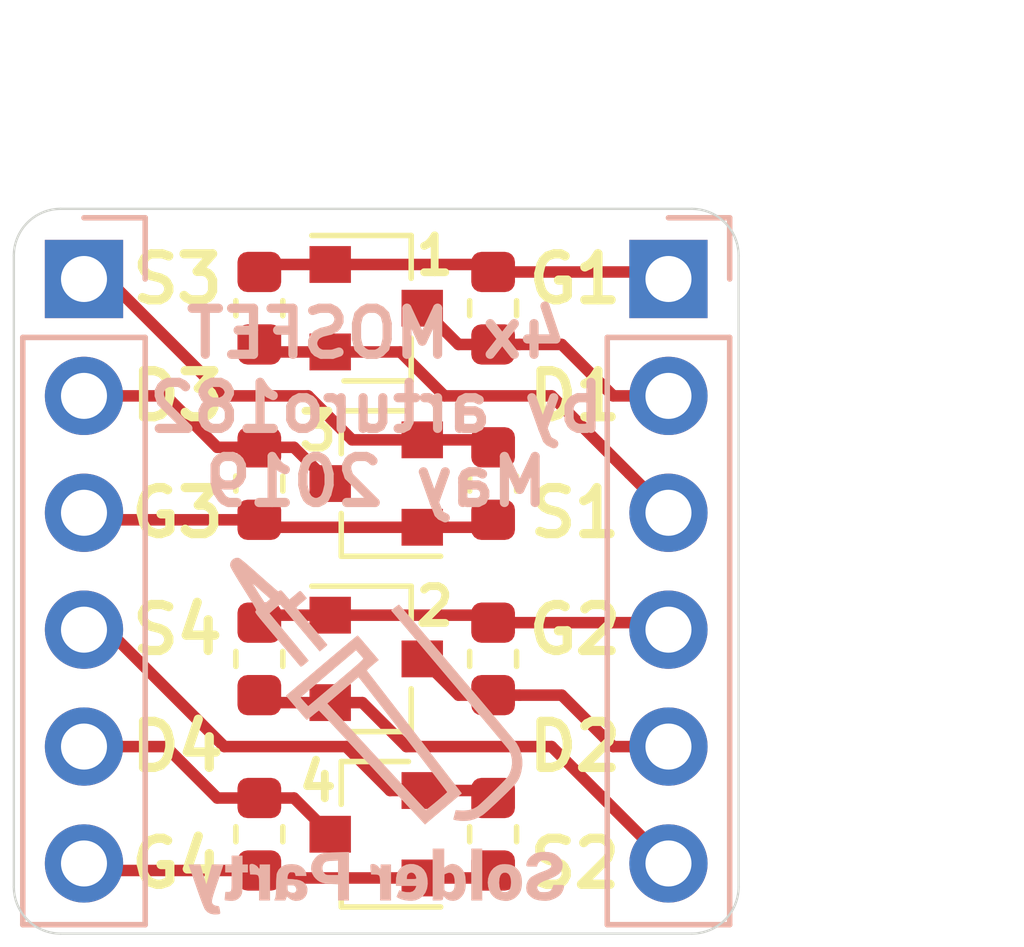
<source format=kicad_pcb>
(kicad_pcb (version 20171130) (host pcbnew "(5.1.2)-1")

  (general
    (thickness 1.6)
    (drawings 27)
    (tracks 73)
    (zones 0)
    (modules 15)
    (nets 13)
  )

  (page A4)
  (layers
    (0 F.Cu signal)
    (31 B.Cu signal)
    (32 B.Adhes user)
    (33 F.Adhes user)
    (34 B.Paste user)
    (35 F.Paste user)
    (36 B.SilkS user)
    (37 F.SilkS user)
    (38 B.Mask user)
    (39 F.Mask user)
    (40 Dwgs.User user)
    (41 Cmts.User user)
    (42 Eco1.User user)
    (43 Eco2.User user)
    (44 Edge.Cuts user)
    (45 Margin user)
    (46 B.CrtYd user)
    (47 F.CrtYd user)
    (48 B.Fab user hide)
    (49 F.Fab user hide)
  )

  (setup
    (last_trace_width 0.25)
    (trace_clearance 0.2)
    (zone_clearance 0.508)
    (zone_45_only no)
    (trace_min 0.2)
    (via_size 0.8)
    (via_drill 0.4)
    (via_min_size 0.4)
    (via_min_drill 0.3)
    (uvia_size 0.3)
    (uvia_drill 0.1)
    (uvias_allowed no)
    (uvia_min_size 0.2)
    (uvia_min_drill 0.1)
    (edge_width 0.05)
    (segment_width 0.2)
    (pcb_text_width 0.3)
    (pcb_text_size 1.5 1.5)
    (mod_edge_width 0.12)
    (mod_text_size 1 1)
    (mod_text_width 0.15)
    (pad_size 1.524 1.524)
    (pad_drill 0.762)
    (pad_to_mask_clearance 0.051)
    (solder_mask_min_width 0.25)
    (aux_axis_origin 0 0)
    (visible_elements FFFFFF7F)
    (pcbplotparams
      (layerselection 0x010fc_ffffffff)
      (usegerberextensions false)
      (usegerberattributes false)
      (usegerberadvancedattributes false)
      (creategerberjobfile false)
      (excludeedgelayer true)
      (linewidth 0.100000)
      (plotframeref false)
      (viasonmask false)
      (mode 1)
      (useauxorigin false)
      (hpglpennumber 1)
      (hpglpenspeed 20)
      (hpglpendiameter 15.000000)
      (psnegative false)
      (psa4output false)
      (plotreference true)
      (plotvalue true)
      (plotinvisibletext false)
      (padsonsilk false)
      (subtractmaskfromsilk false)
      (outputformat 1)
      (mirror false)
      (drillshape 1)
      (scaleselection 1)
      (outputdirectory ""))
  )

  (net 0 "")
  (net 1 /DRAIN1)
  (net 2 /SOURCE1)
  (net 3 /GATE1)
  (net 4 /DRAIN3)
  (net 5 /SOURCE3)
  (net 6 /GATE3)
  (net 7 /DRAIN2)
  (net 8 /SOURCE2)
  (net 9 /GATE2)
  (net 10 /DRAIN4)
  (net 11 /SOURCE4)
  (net 12 /GATE4)

  (net_class Default "This is the default net class."
    (clearance 0.2)
    (trace_width 0.25)
    (via_dia 0.8)
    (via_drill 0.4)
    (uvia_dia 0.3)
    (uvia_drill 0.1)
    (add_net /DRAIN1)
    (add_net /DRAIN2)
    (add_net /DRAIN3)
    (add_net /DRAIN4)
    (add_net /GATE1)
    (add_net /GATE2)
    (add_net /GATE3)
    (add_net /GATE4)
    (add_net /SOURCE1)
    (add_net /SOURCE2)
    (add_net /SOURCE3)
    (add_net /SOURCE4)
  )

  (module Symbols_Extra:SolderParty-Logo_9.5x8.8mm_SilkScreen (layer B.Cu) (tedit 0) (tstamp 5CEFBEEF)
    (at 133.35 73.406 180)
    (attr virtual)
    (fp_text reference G*** (at 0 0) (layer B.SilkS) hide
      (effects (font (size 1.524 1.524) (thickness 0.3)) (justify mirror))
    )
    (fp_text value LOGO (at 0.75 0) (layer B.SilkS) hide
      (effects (font (size 1.524 1.524) (thickness 0.3)) (justify mirror))
    )
    (fp_poly (pts (xy 3.050465 3.842057) (xy 3.100567 3.820191) (xy 3.140648 3.78249) (xy 3.165616 3.733736)
      (xy 3.170414 3.679001) (xy 3.164519 3.659134) (xy 3.149768 3.626968) (xy 3.125366 3.58113)
      (xy 3.090518 3.520249) (xy 3.04443 3.442954) (xy 2.986308 3.347872) (xy 2.915357 3.233631)
      (xy 2.876434 3.171466) (xy 2.806628 3.06017) (xy 2.749242 2.968396) (xy 2.703197 2.894151)
      (xy 2.667411 2.835443) (xy 2.640803 2.790279) (xy 2.622293 2.756666) (xy 2.610801 2.732613)
      (xy 2.605245 2.716126) (xy 2.604545 2.705212) (xy 2.607621 2.69788) (xy 2.613391 2.692136)
      (xy 2.615534 2.690385) (xy 2.620911 2.685518) (xy 2.62412 2.679756) (xy 2.624006 2.671598)
      (xy 2.619415 2.659542) (xy 2.609193 2.642088) (xy 2.592185 2.617733) (xy 2.567237 2.584976)
      (xy 2.533194 2.542316) (xy 2.488902 2.488252) (xy 2.433206 2.421282) (xy 2.364951 2.339906)
      (xy 2.282984 2.242621) (xy 2.18615 2.127926) (xy 2.151302 2.086671) (xy 2.062758 1.981881)
      (xy 1.978879 1.882671) (xy 1.901136 1.790777) (xy 1.830999 1.707932) (xy 1.769938 1.635872)
      (xy 1.719423 1.576333) (xy 1.680925 1.531049) (xy 1.655913 1.501756) (xy 1.645928 1.490259)
      (xy 1.633045 1.48702) (xy 1.61038 1.497573) (xy 1.574683 1.523703) (xy 1.553453 1.541059)
      (xy 1.516811 1.572359) (xy 1.489064 1.597443) (xy 1.474944 1.611988) (xy 1.474078 1.613577)
      (xy 1.481804 1.624392) (xy 1.504322 1.652855) (xy 1.540127 1.697131) (xy 1.587715 1.755385)
      (xy 1.645579 1.825784) (xy 1.712215 1.906493) (xy 1.786117 1.995678) (xy 1.865779 2.091504)
      (xy 1.898905 2.131265) (xy 2.324611 2.641927) (xy 2.28308 2.67821) (xy 2.21727 2.735428)
      (xy 2.167809 2.777556) (xy 2.132129 2.806453) (xy 2.107659 2.823979) (xy 2.091833 2.831993)
      (xy 2.08208 2.832355) (xy 2.07645 2.827775) (xy 2.066006 2.815023) (xy 2.040802 2.784739)
      (xy 2.002432 2.738826) (xy 1.952489 2.679185) (xy 1.892568 2.607718) (xy 1.824263 2.526328)
      (xy 1.749168 2.436916) (xy 1.668877 2.341385) (xy 1.645863 2.314016) (xy 1.227977 1.817073)
      (xy 1.182313 1.854044) (xy 1.131552 1.895129) (xy 1.097623 1.923248) (xy 1.077802 1.941638)
      (xy 1.069362 1.95354) (xy 1.06958 1.962192) (xy 1.075728 1.970834) (xy 1.079873 1.975791)
      (xy 1.092027 1.990369) (xy 1.118688 2.022096) (xy 1.157962 2.068723) (xy 1.207953 2.128005)
      (xy 1.266766 2.197695) (xy 1.332508 2.275547) (xy 1.403283 2.359312) (xy 1.419225 2.378173)
      (xy 1.490037 2.462193) (xy 1.555431 2.540246) (xy 1.61364 2.610193) (xy 1.662903 2.669893)
      (xy 1.701455 2.717207) (xy 1.727532 2.749994) (xy 1.739371 2.766114) (xy 1.7399 2.767299)
      (xy 1.73073 2.77883) (xy 1.705798 2.802906) (xy 1.668965 2.835947) (xy 1.626412 2.87243)
      (xy 1.512924 2.967825) (xy 1.576188 3.046013) (xy 1.607298 3.082757) (xy 1.633185 3.110229)
      (xy 1.649237 3.123617) (xy 1.651134 3.124201) (xy 1.667268 3.116599) (xy 1.693784 3.097531)
      (xy 1.704533 3.088697) (xy 1.736332 3.06176) (xy 1.778061 3.026575) (xy 1.816627 2.994166)
      (xy 1.887004 2.935139) (xy 1.903635 2.954399) (xy 2.297589 2.954399) (xy 2.352119 2.906491)
      (xy 2.383006 2.880377) (xy 2.406071 2.862751) (xy 2.414461 2.858042) (xy 2.423284 2.868121)
      (xy 2.443374 2.896559) (xy 2.472585 2.940145) (xy 2.508774 2.995667) (xy 2.549796 3.059915)
      (xy 2.558752 3.074102) (xy 2.599882 3.139927) (xy 2.63559 3.19813) (xy 2.663922 3.245436)
      (xy 2.682924 3.278574) (xy 2.690641 3.294269) (xy 2.69064 3.295048) (xy 2.680228 3.288334)
      (xy 2.653795 3.267086) (xy 2.61422 3.233741) (xy 2.564383 3.190733) (xy 2.507163 3.140497)
      (xy 2.491819 3.126896) (xy 2.297589 2.954399) (xy 1.903635 2.954399) (xy 1.980095 3.042941)
      (xy 2.02071 3.089491) (xy 2.048523 3.119267) (xy 2.067097 3.134919) (xy 2.079996 3.139097)
      (xy 2.090781 3.134452) (xy 2.09657 3.129582) (xy 2.120401 3.115944) (xy 2.136301 3.115627)
      (xy 2.149012 3.125376) (xy 2.178598 3.150263) (xy 2.223002 3.188493) (xy 2.280167 3.238271)
      (xy 2.348035 3.297801) (xy 2.424551 3.365289) (xy 2.507656 3.43894) (xy 2.5527 3.478995)
      (xy 2.657817 3.57223) (xy 2.745771 3.649416) (xy 2.818032 3.711764) (xy 2.876071 3.760485)
      (xy 2.921359 3.796789) (xy 2.955368 3.821886) (xy 2.97957 3.836989) (xy 2.995434 3.843306)
      (xy 2.995437 3.843307) (xy 3.050465 3.842057)) (layer B.SilkS) (width 0.01))
    (fp_poly (pts (xy -0.479476 2.818246) (xy -0.450569 2.798383) (xy -0.413624 2.770137) (xy -0.405938 2.763965)
      (xy -0.32961 2.70218) (xy -0.384863 2.636965) (xy -0.639842 2.335991) (xy -0.878764 2.053914)
      (xy -1.102018 1.790273) (xy -1.309993 1.544608) (xy -1.503077 1.316457) (xy -1.681657 1.105361)
      (xy -1.846124 0.910858) (xy -1.996864 0.732488) (xy -2.134267 0.56979) (xy -2.258721 0.422303)
      (xy -2.370614 0.289566) (xy -2.470335 0.171119) (xy -2.558272 0.066501) (xy -2.634813 -0.024749)
      (xy -2.700348 -0.103092) (xy -2.755263 -0.168988) (xy -2.799949 -0.222898) (xy -2.834793 -0.265282)
      (xy -2.860183 -0.296603) (xy -2.876509 -0.31732) (xy -2.883902 -0.327483) (xy -2.928128 -0.42005)
      (xy -2.951866 -0.522677) (xy -2.955247 -0.630591) (xy -2.938401 -0.73902) (xy -2.901461 -0.843192)
      (xy -2.868049 -0.904296) (xy -2.850229 -0.926676) (xy -2.816567 -0.963673) (xy -2.769812 -1.012604)
      (xy -2.712718 -1.070781) (xy -2.648034 -1.135521) (xy -2.578513 -1.204137) (xy -2.506905 -1.273944)
      (xy -2.435962 -1.342257) (xy -2.368436 -1.40639) (xy -2.307077 -1.463659) (xy -2.254637 -1.511376)
      (xy -2.213868 -1.546858) (xy -2.191513 -1.564622) (xy -2.107571 -1.610507) (xy -2.007856 -1.638856)
      (xy -1.895705 -1.648862) (xy -1.847852 -1.647533) (xy -1.730664 -1.640542) (xy -1.704015 -1.73727)
      (xy -1.691966 -1.782992) (xy -1.683754 -1.818068) (xy -1.680777 -1.836397) (xy -1.681027 -1.837659)
      (xy -1.694489 -1.84186) (xy -1.725216 -1.848764) (xy -1.752128 -1.85411) (xy -1.822187 -1.862592)
      (xy -1.902962 -1.865074) (xy -1.982014 -1.861565) (xy -2.03835 -1.85392) (xy -2.131598 -1.827313)
      (xy -2.228412 -1.785994) (xy -2.306902 -1.741483) (xy -2.333663 -1.72122) (xy -2.375891 -1.685649)
      (xy -2.430881 -1.63721) (xy -2.495929 -1.578344) (xy -2.568333 -1.511491) (xy -2.645388 -1.439092)
      (xy -2.706008 -1.381273) (xy -2.802322 -1.288329) (xy -2.881894 -1.210066) (xy -2.946644 -1.143935)
      (xy -2.998494 -1.087388) (xy -3.039364 -1.037877) (xy -3.071176 -0.992853) (xy -3.095849 -0.949769)
      (xy -3.115306 -0.906075) (xy -3.131468 -0.859224) (xy -3.146254 -0.806668) (xy -3.149956 -0.792359)
      (xy -3.170525 -0.664908) (xy -3.169272 -0.534481) (xy -3.147071 -0.406287) (xy -3.104797 -0.285538)
      (xy -3.047826 -0.183896) (xy -3.033985 -0.165991) (xy -3.005152 -0.130523) (xy -2.962406 -0.078765)
      (xy -2.906828 -0.01199) (xy -2.839496 0.068531) (xy -2.761491 0.161524) (xy -2.673893 0.265716)
      (xy -2.577781 0.379834) (xy -2.474235 0.502606) (xy -2.364334 0.632759) (xy -2.249159 0.76902)
      (xy -2.129789 0.910117) (xy -2.007304 1.054776) (xy -1.882784 1.201725) (xy -1.757309 1.349691)
      (xy -1.631957 1.497401) (xy -1.507809 1.643582) (xy -1.385946 1.786962) (xy -1.267445 1.926268)
      (xy -1.153388 2.060227) (xy -1.044854 2.187567) (xy -0.942922 2.307013) (xy -0.848673 2.417295)
      (xy -0.763186 2.517138) (xy -0.68754 2.605271) (xy -0.622817 2.68042) (xy -0.570095 2.741312)
      (xy -0.530454 2.786676) (xy -0.504974 2.815237) (xy -0.494735 2.825723) (xy -0.494638 2.82575)
      (xy -0.479476 2.818246)) (layer B.SilkS) (width 0.01))
    (fp_poly (pts (xy 0.415724 2.148535) (xy 0.444443 2.12586) (xy 0.489475 2.089243) (xy 0.549306 2.039947)
      (xy 0.622421 1.979233) (xy 0.707305 1.908362) (xy 0.802444 1.828596) (xy 0.906324 1.741196)
      (xy 1.017431 1.647424) (xy 1.13425 1.548542) (xy 1.144257 1.540057) (xy 1.262571 1.439745)
      (xy 1.376026 1.34356) (xy 1.483015 1.252864) (xy 1.581929 1.16902) (xy 1.671161 1.093391)
      (xy 1.749102 1.02734) (xy 1.814145 0.972229) (xy 1.864681 0.929423) (xy 1.899102 0.900282)
      (xy 1.915801 0.886171) (xy 1.915984 0.886017) (xy 1.957294 0.851283) (xy 1.739184 0.593917)
      (xy 1.680691 0.525209) (xy 1.627311 0.463109) (xy 1.581308 0.410198) (xy 1.544942 0.369059)
      (xy 1.520474 0.342276) (xy 1.510253 0.332456) (xy 1.496968 0.338617) (xy 1.468523 0.358399)
      (xy 1.428967 0.388798) (xy 1.382346 0.426815) (xy 1.377499 0.430881) (xy 1.330258 0.469876)
      (xy 1.289641 0.502048) (xy 1.259742 0.524249) (xy 1.244653 0.533334) (xy 1.244161 0.5334)
      (xy 1.234291 0.524251) (xy 1.208226 0.497537) (xy 1.166999 0.454363) (xy 1.111641 0.395832)
      (xy 1.043181 0.323047) (xy 0.962653 0.237112) (xy 0.871086 0.139131) (xy 0.769511 0.030206)
      (xy 0.65896 -0.088558) (xy 0.540463 -0.216058) (xy 0.415053 -0.351192) (xy 0.283758 -0.492854)
      (xy 0.147612 -0.639943) (xy 0.125754 -0.663575) (xy -0.011732 -0.812217) (xy -0.14491 -0.956168)
      (xy -0.272712 -1.094273) (xy -0.394071 -1.225381) (xy -0.507918 -1.34834) (xy -0.613187 -1.461997)
      (xy -0.708809 -1.5652) (xy -0.793716 -1.656796) (xy -0.866842 -1.735634) (xy -0.927118 -1.800561)
      (xy -0.973476 -1.850424) (xy -1.00485 -1.884072) (xy -1.02017 -1.900352) (xy -1.020849 -1.901052)
      (xy -1.06045 -1.941555) (xy -1.4224 -1.636044) (xy -1.505842 -1.565615) (xy -1.584384 -1.499322)
      (xy -1.655618 -1.4392) (xy -1.717132 -1.387283) (xy -1.766514 -1.345607) (xy -1.801355 -1.316206)
      (xy -1.819242 -1.301115) (xy -1.819401 -1.30098) (xy -1.854452 -1.271427) (xy -1.833722 -1.244613)
      (xy -1.546999 -1.244613) (xy -1.536171 -1.256627) (xy -1.509225 -1.281525) (xy -1.469457 -1.316558)
      (xy -1.420161 -1.35898) (xy -1.364632 -1.406042) (xy -1.306166 -1.454997) (xy -1.248058 -1.503097)
      (xy -1.193602 -1.547596) (xy -1.146094 -1.585744) (xy -1.108829 -1.614795) (xy -1.085102 -1.632)
      (xy -1.078228 -1.635504) (xy -1.068517 -1.625895) (xy -1.042656 -1.598753) (xy -1.001709 -1.555221)
      (xy -0.946738 -1.496444) (xy -0.878805 -1.423567) (xy -0.798975 -1.337735) (xy -0.708311 -1.240092)
      (xy -0.607874 -1.131782) (xy -0.498728 -1.01395) (xy -0.381936 -0.887741) (xy -0.258561 -0.754299)
      (xy -0.129666 -0.614769) (xy -0.031106 -0.508) (xy 0.101711 -0.364081) (xy 0.230099 -0.224969)
      (xy 0.352965 -0.091847) (xy 0.469216 0.0341) (xy 0.577759 0.151689) (xy 0.677502 0.259737)
      (xy 0.767351 0.357059) (xy 0.846213 0.442471) (xy 0.912997 0.514791) (xy 0.966608 0.572833)
      (xy 1.005954 0.615415) (xy 1.029942 0.641352) (xy 1.037046 0.649008) (xy 1.067973 0.682066)
      (xy 0.728284 0.970017) (xy 0.388594 1.257968) (xy 0.361027 1.229059) (xy 0.3469 1.212366)
      (xy 0.318883 1.177539) (xy 0.278121 1.126064) (xy 0.225761 1.059424) (xy 0.162946 0.979106)
      (xy 0.090822 0.886592) (xy 0.010534 0.783368) (xy -0.076773 0.670918) (xy -0.169954 0.550726)
      (xy -0.267864 0.424277) (xy -0.369358 0.293056) (xy -0.473291 0.158547) (xy -0.578518 0.022234)
      (xy -0.683893 -0.114398) (xy -0.788273 -0.249864) (xy -0.890511 -0.38268) (xy -0.989462 -0.511362)
      (xy -1.083983 -0.634425) (xy -1.172927 -0.750384) (xy -1.255149 -0.857755) (xy -1.329505 -0.955054)
      (xy -1.394849 -1.040796) (xy -1.450037 -1.113497) (xy -1.493924 -1.171671) (xy -1.525363 -1.213835)
      (xy -1.543211 -1.238504) (xy -1.546999 -1.244613) (xy -1.833722 -1.244613) (xy -0.830315 0.053262)
      (xy -0.705293 0.214971) (xy -0.584476 0.371237) (xy -0.468783 0.52087) (xy -0.359134 0.662682)
      (xy -0.256449 0.795484) (xy -0.161645 0.918087) (xy -0.075643 1.029303) (xy 0.000638 1.127941)
      (xy 0.066279 1.212815) (xy 0.120361 1.282735) (xy 0.161964 1.336511) (xy 0.190168 1.372957)
      (xy 0.204056 1.390881) (xy 0.205333 1.392521) (xy 0.202027 1.40627) (xy 0.179532 1.432543)
      (xy 0.137233 1.471972) (xy 0.08329 1.51793) (xy -0.050264 1.62877) (xy -0.022171 1.661641)
      (xy 0.279062 1.661641) (xy 0.279188 1.654781) (xy 0.286057 1.643232) (xy 0.30099 1.625806)
      (xy 0.325307 1.601311) (xy 0.360326 1.56856) (xy 0.407368 1.526362) (xy 0.467751 1.473528)
      (xy 0.542796 1.408869) (xy 0.633822 1.331194) (xy 0.742148 1.239315) (xy 0.828825 1.166039)
      (xy 0.932842 1.078209) (xy 1.03212 0.994415) (xy 1.124772 0.916248) (xy 1.208909 0.8453)
      (xy 1.282643 0.783162) (xy 1.344087 0.731425) (xy 1.391351 0.69168) (xy 1.422547 0.66552)
      (xy 1.434394 0.655665) (xy 1.478139 0.619784) (xy 1.563978 0.713117) (xy 1.599912 0.753191)
      (xy 1.627907 0.786332) (xy 1.644391 0.808198) (xy 1.647233 0.814339) (xy 1.637344 0.823722)
      (xy 1.609713 0.848083) (xy 1.565994 0.886002) (xy 1.507846 0.936061) (xy 1.436923 0.996842)
      (xy 1.354881 1.066924) (xy 1.263378 1.14489) (xy 1.164068 1.229319) (xy 1.058609 1.318795)
      (xy 1.041477 1.333314) (xy 0.438304 1.8444) (xy 0.364714 1.763575) (xy 0.329541 1.724059)
      (xy 0.300307 1.689595) (xy 0.2819 1.666003) (xy 0.279062 1.661641) (xy -0.022171 1.661641)
      (xy 0.048784 1.74466) (xy 0.095775 1.799714) (xy 0.152367 1.866129) (xy 0.211736 1.93589)
      (xy 0.267059 2.000985) (xy 0.271827 2.0066) (xy 0.315629 2.057736) (xy 0.353865 2.101512)
      (xy 0.383449 2.134464) (xy 0.4013 2.153127) (xy 0.404831 2.156007) (xy 0.415724 2.148535)) (layer B.SilkS) (width 0.01))
    (fp_poly (pts (xy 2.72744 -2.809934) (xy 2.743487 -2.821505) (xy 2.750517 -2.846097) (xy 2.750233 -2.8882)
      (xy 2.746809 -2.928367) (xy 2.73685 -3.02895) (xy 2.663096 -3.030815) (xy 2.624334 -3.032219)
      (xy 2.594705 -3.036243) (xy 2.572982 -3.045926) (xy 2.557938 -3.064307) (xy 2.548347 -3.094425)
      (xy 2.542981 -3.139318) (xy 2.540613 -3.202027) (xy 2.540017 -3.285588) (xy 2.54 -3.335718)
      (xy 2.54 -3.5941) (xy 2.3114 -3.5941) (xy 2.3114 -2.8194) (xy 2.5273 -2.8194)
      (xy 2.5273 -2.8631) (xy 2.530929 -2.899727) (xy 2.541355 -2.912324) (xy 2.557889 -2.900552)
      (xy 2.569229 -2.883746) (xy 2.598817 -2.851295) (xy 2.641277 -2.823959) (xy 2.685276 -2.808362)
      (xy 2.700669 -2.806894) (xy 2.72744 -2.809934)) (layer B.SilkS) (width 0.01))
    (fp_poly (pts (xy 0.860425 -2.555452) (xy 0.969219 -2.558471) (xy 1.056315 -2.563302) (xy 1.125404 -2.57093)
      (xy 1.180175 -2.582338) (xy 1.224316 -2.59851) (xy 1.261517 -2.620431) (xy 1.295468 -2.649082)
      (xy 1.324215 -2.679118) (xy 1.3769 -2.754648) (xy 1.405865 -2.835416) (xy 1.411181 -2.918134)
      (xy 1.392919 -2.999512) (xy 1.351149 -3.076263) (xy 1.314772 -3.118786) (xy 1.270135 -3.158782)
      (xy 1.223836 -3.188278) (xy 1.1706 -3.20907) (xy 1.105157 -3.222955) (xy 1.022233 -3.231729)
      (xy 0.974725 -3.23465) (xy 0.8255 -3.242377) (xy 0.8255 -3.5941) (xy 0.5969 -3.5941)
      (xy 0.5969 -3.048) (xy 0.8255 -3.048) (xy 0.959826 -3.048) (xy 1.020007 -3.04768)
      (xy 1.060548 -3.045924) (xy 1.087208 -3.041537) (xy 1.105748 -3.033325) (xy 1.121925 -3.020093)
      (xy 1.129311 -3.012842) (xy 1.161239 -2.96469) (xy 1.174363 -2.907961) (xy 1.169124 -2.849815)
      (xy 1.145958 -2.797417) (xy 1.114076 -2.763897) (xy 1.091975 -2.750981) (xy 1.063241 -2.742303)
      (xy 1.021888 -2.736708) (xy 0.96193 -2.73304) (xy 0.952151 -2.732632) (xy 0.8255 -2.727545)
      (xy 0.8255 -3.048) (xy 0.5969 -3.048) (xy 0.5969 -2.550133) (xy 0.860425 -2.555452)) (layer B.SilkS) (width 0.01))
    (fp_poly (pts (xy 0.106153 -2.814527) (xy 0.112238 -2.817857) (xy 0.120586 -2.829126) (xy 0.12377 -2.852278)
      (xy 0.122074 -2.892294) (xy 0.118588 -2.928787) (xy 0.10795 -3.02895) (xy 0.034196 -3.030815)
      (xy -0.004566 -3.032219) (xy -0.034195 -3.036243) (xy -0.055918 -3.045926) (xy -0.070962 -3.064307)
      (xy -0.080553 -3.094425) (xy -0.085919 -3.139318) (xy -0.088287 -3.202027) (xy -0.088883 -3.285588)
      (xy -0.0889 -3.335718) (xy -0.0889 -3.5941) (xy -0.3175 -3.5941) (xy -0.3175 -2.8194)
      (xy -0.1016 -2.8194) (xy -0.1016 -2.8631) (xy -0.098131 -2.89968) (xy -0.087628 -2.911872)
      (xy -0.069954 -2.899734) (xy -0.056648 -2.881997) (xy -0.021708 -2.844914) (xy 0.02202 -2.819429)
      (xy 0.067114 -2.80836) (xy 0.106153 -2.814527)) (layer B.SilkS) (width 0.01))
    (fp_poly (pts (xy -2.0701 -3.5941) (xy -2.2987 -3.5941) (xy -2.2987 -2.4765) (xy -2.0701 -2.4765)
      (xy -2.0701 -3.5941)) (layer B.SilkS) (width 0.01))
    (fp_poly (pts (xy 3.1369 -2.8194) (xy 3.2766 -2.8194) (xy 3.2766 -2.9845) (xy 3.1369 -2.9845)
      (xy 3.1369 -3.167823) (xy 3.137436 -3.253266) (xy 3.139757 -3.316598) (xy 3.144926 -3.361095)
      (xy 3.15401 -3.390036) (xy 3.168073 -3.406697) (xy 3.188181 -3.414357) (xy 3.215399 -3.416294)
      (xy 3.217656 -3.4163) (xy 3.27364 -3.4163) (xy 3.282588 -3.499848) (xy 3.28643 -3.542996)
      (xy 3.287811 -3.574912) (xy 3.286499 -3.588434) (xy 3.272253 -3.591858) (xy 3.239594 -3.596079)
      (xy 3.195454 -3.600209) (xy 3.193306 -3.600379) (xy 3.121075 -3.601676) (xy 3.065357 -3.592216)
      (xy 3.05435 -3.588525) (xy 2.993843 -3.553539) (xy 2.947042 -3.501128) (xy 2.921854 -3.445551)
      (xy 2.91724 -3.416317) (xy 2.913302 -3.367324) (xy 2.910339 -3.30421) (xy 2.908649 -3.232614)
      (xy 2.90837 -3.190875) (xy 2.9083 -2.9845) (xy 2.794 -2.9845) (xy 2.794 -2.8194)
      (xy 2.9083 -2.8194) (xy 2.9083 -2.6289) (xy 3.1369 -2.6289) (xy 3.1369 -2.8194)) (layer B.SilkS) (width 0.01))
    (fp_poly (pts (xy 1.907735 -2.816549) (xy 1.977423 -2.829694) (xy 1.996267 -2.836017) (xy 2.064395 -2.874948)
      (xy 2.117691 -2.931252) (xy 2.151866 -2.99999) (xy 2.15763 -3.021745) (xy 2.162576 -3.057702)
      (xy 2.166761 -3.11271) (xy 2.169851 -3.180422) (xy 2.171509 -3.254492) (xy 2.1717 -3.288328)
      (xy 2.172682 -3.381167) (xy 2.175781 -3.451797) (xy 2.181224 -3.503339) (xy 2.189239 -3.538916)
      (xy 2.190186 -3.541703) (xy 2.208673 -3.5941) (xy 1.979903 -3.5941) (xy 1.960975 -3.548796)
      (xy 1.942046 -3.503493) (xy 1.89847 -3.541754) (xy 1.833739 -3.583979) (xy 1.761922 -3.602427)
      (xy 1.681236 -3.5975) (xy 1.665259 -3.594073) (xy 1.598614 -3.56616) (xy 1.546758 -3.519392)
      (xy 1.512975 -3.457557) (xy 1.501627 -3.405234) (xy 1.500851 -3.381582) (xy 1.731046 -3.381582)
      (xy 1.750202 -3.415739) (xy 1.778 -3.433357) (xy 1.812881 -3.436876) (xy 1.856736 -3.428935)
      (xy 1.897244 -3.411921) (xy 1.901161 -3.409472) (xy 1.919499 -3.392553) (xy 1.928218 -3.36769)
      (xy 1.9304 -3.327107) (xy 1.9304 -3.2639) (xy 1.855121 -3.2639) (xy 1.81081 -3.265315)
      (xy 1.783311 -3.27143) (xy 1.764109 -3.285051) (xy 1.753521 -3.297362) (xy 1.731793 -3.340125)
      (xy 1.731046 -3.381582) (xy 1.500851 -3.381582) (xy 1.499603 -3.3436) (xy 1.509099 -3.296471)
      (xy 1.532717 -3.254572) (xy 1.549745 -3.233697) (xy 1.593224 -3.195295) (xy 1.648479 -3.167931)
      (xy 1.719747 -3.150099) (xy 1.811266 -3.140295) (xy 1.812925 -3.140195) (xy 1.9304 -3.133168)
      (xy 1.9304 -3.083656) (xy 1.921698 -3.040019) (xy 1.899265 -3.002251) (xy 1.868612 -2.97758)
      (xy 1.845252 -2.971973) (xy 1.795992 -2.979021) (xy 1.766629 -3.000064) (xy 1.756714 -3.02425)
      (xy 1.749425 -3.0607) (xy 1.520655 -3.0607) (xy 1.527687 -3.008274) (xy 1.546315 -2.955485)
      (xy 1.58477 -2.904587) (xy 1.637761 -2.86127) (xy 1.688399 -2.83538) (xy 1.75244 -2.81937)
      (xy 1.829146 -2.8131) (xy 1.907735 -2.816549)) (layer B.SilkS) (width 0.01))
    (fp_poly (pts (xy -0.657444 -2.823279) (xy -0.58152 -2.857935) (xy -0.526716 -2.901615) (xy -0.480327 -2.960727)
      (xy -0.450088 -3.030962) (xy -0.434609 -3.116459) (xy -0.4318 -3.183655) (xy -0.4318 -3.2766)
      (xy -0.878012 -3.2766) (xy -0.869484 -3.305175) (xy -0.840922 -3.364279) (xy -0.796493 -3.403578)
      (xy -0.736316 -3.423004) (xy -0.661193 -3.422576) (xy -0.612193 -3.414152) (xy -0.566175 -3.402457)
      (xy -0.547326 -3.395844) (xy -0.518782 -3.384986) (xy -0.502931 -3.380903) (xy -0.501991 -3.381208)
      (xy -0.496476 -3.393816) (xy -0.484423 -3.422915) (xy -0.47284 -3.451357) (xy -0.445798 -3.518164)
      (xy -0.473724 -3.535922) (xy -0.536307 -3.565333) (xy -0.614349 -3.586784) (xy -0.698802 -3.598992)
      (xy -0.780617 -3.600671) (xy -0.850746 -3.590539) (xy -0.8534 -3.589808) (xy -0.940449 -3.553173)
      (xy -1.011176 -3.498023) (xy -1.064496 -3.426168) (xy -1.099323 -3.339414) (xy -1.114573 -3.239572)
      (xy -1.112578 -3.157918) (xy -1.106237 -3.115917) (xy -0.87582 -3.115917) (xy -0.864592 -3.129439)
      (xy -0.835466 -3.135397) (xy -0.785121 -3.136871) (xy -0.76835 -3.1369) (xy -0.6604 -3.1369)
      (xy -0.6604 -3.095275) (xy -0.670372 -3.046646) (xy -0.69645 -3.011694) (xy -0.732878 -2.991628)
      (xy -0.773897 -2.987653) (xy -0.813751 -3.000979) (xy -0.846684 -3.032811) (xy -0.857865 -3.053861)
      (xy -0.872471 -3.091751) (xy -0.87582 -3.115917) (xy -1.106237 -3.115917) (xy -1.104057 -3.101485)
      (xy -1.090291 -3.044692) (xy -1.077852 -3.008881) (xy -1.033448 -2.935279) (xy -0.973051 -2.877629)
      (xy -0.900955 -2.836768) (xy -0.821458 -2.813532) (xy -0.738856 -2.808757) (xy -0.657444 -2.823279)) (layer B.SilkS) (width 0.01))
    (fp_poly (pts (xy -1.2319 -3.5941) (xy -1.333899 -3.5941) (xy -1.392351 -3.592412) (xy -1.427398 -3.587174)
      (xy -1.440788 -3.578225) (xy -1.447024 -3.554589) (xy -1.453599 -3.526359) (xy -1.461519 -3.490369)
      (xy -1.488587 -3.52478) (xy -1.539287 -3.569611) (xy -1.603478 -3.595841) (xy -1.675745 -3.601834)
      (xy -1.72085 -3.595005) (xy -1.769446 -3.578875) (xy -1.809916 -3.553343) (xy -1.851308 -3.512394)
      (xy -1.859899 -3.502518) (xy -1.898803 -3.446776) (xy -1.924542 -3.383517) (xy -1.938356 -3.30783)
      (xy -1.941484 -3.214801) (xy -1.941287 -3.208219) (xy -1.710166 -3.208219) (xy -1.708255 -3.271681)
      (xy -1.700612 -3.327108) (xy -1.687165 -3.366629) (xy -1.685185 -3.369887) (xy -1.647159 -3.407514)
      (xy -1.599124 -3.423601) (xy -1.545515 -3.417502) (xy -1.502084 -3.396539) (xy -1.490291 -3.387834)
      (xy -1.482243 -3.376945) (xy -1.477347 -3.359458) (xy -1.475006 -3.330958) (xy -1.474627 -3.287033)
      (xy -1.475616 -3.223269) (xy -1.476021 -3.203049) (xy -1.47955 -3.02895) (xy -1.52821 -3.005184)
      (xy -1.582754 -2.989159) (xy -1.630148 -2.997347) (xy -1.6694 -3.029468) (xy -1.682229 -3.048325)
      (xy -1.69708 -3.08867) (xy -1.706417 -3.144592) (xy -1.710166 -3.208219) (xy -1.941287 -3.208219)
      (xy -1.940528 -3.182879) (xy -1.93581 -3.110342) (xy -1.927685 -3.055262) (xy -1.914755 -3.009776)
      (xy -1.90588 -2.987781) (xy -1.86268 -2.916106) (xy -1.805053 -2.860002) (xy -1.73736 -2.822599)
      (xy -1.663961 -2.807029) (xy -1.653768 -2.80677) (xy -1.611721 -2.814343) (xy -1.562472 -2.833839)
      (xy -1.517681 -2.860168) (xy -1.501949 -2.873019) (xy -1.4732 -2.900027) (xy -1.4732 -2.4765)
      (xy -1.2319 -2.4765) (xy -1.2319 -3.5941)) (layer B.SilkS) (width 0.01))
    (fp_poly (pts (xy -2.735415 -2.815626) (xy -2.690436 -2.82333) (xy -2.646684 -2.839254) (xy -2.623936 -2.849915)
      (xy -2.553224 -2.897656) (xy -2.498166 -2.96136) (xy -2.4588 -3.037013) (xy -2.435167 -3.120598)
      (xy -2.427305 -3.208099) (xy -2.435252 -3.295501) (xy -2.459049 -3.378787) (xy -2.498733 -3.453942)
      (xy -2.554344 -3.516949) (xy -2.617053 -3.559447) (xy -2.672722 -3.580929) (xy -2.738621 -3.596158)
      (xy -2.804851 -3.603629) (xy -2.861513 -3.601836) (xy -2.87655 -3.598923) (xy -2.939732 -3.57992)
      (xy -2.987913 -3.557128) (xy -3.031442 -3.525147) (xy -3.050065 -3.50839) (xy -3.102058 -3.449054)
      (xy -3.136843 -3.382216) (xy -3.156298 -3.302829) (xy -3.1623 -3.20675) (xy -3.162053 -3.202833)
      (xy -2.9337 -3.202833) (xy -2.927228 -3.286245) (xy -2.908213 -3.350801) (xy -2.877259 -3.394951)
      (xy -2.852373 -3.411382) (xy -2.803962 -3.422729) (xy -2.754954 -3.41769) (xy -2.720219 -3.400349)
      (xy -2.692057 -3.361327) (xy -2.674255 -3.300191) (xy -2.667144 -3.218162) (xy -2.66702 -3.203982)
      (xy -2.67366 -3.119801) (xy -2.69313 -3.055556) (xy -2.724816 -3.01204) (xy -2.768102 -2.990048)
      (xy -2.822373 -2.990373) (xy -2.831063 -2.992307) (xy -2.87465 -3.015661) (xy -2.906956 -3.060179)
      (xy -2.926975 -3.123795) (xy -2.9337 -3.202833) (xy -3.162053 -3.202833) (xy -3.156193 -3.109935)
      (xy -3.136617 -3.030675) (xy -3.101694 -2.963921) (xy -3.050065 -2.905109) (xy -2.994806 -2.860663)
      (xy -2.938222 -2.832419) (xy -2.872638 -2.817638) (xy -2.793615 -2.813573) (xy -2.735415 -2.815626)) (layer B.SilkS) (width 0.01))
    (fp_poly (pts (xy -3.558043 -2.552674) (xy -3.481296 -2.570277) (xy -3.420209 -2.600002) (xy -3.36272 -2.643101)
      (xy -3.315123 -2.693631) (xy -3.283713 -2.74565) (xy -3.277939 -2.76225) (xy -3.266659 -2.805865)
      (xy -3.264158 -2.833599) (xy -3.274152 -2.849045) (xy -3.300355 -2.8558) (xy -3.346483 -2.857458)
      (xy -3.376363 -2.8575) (xy -3.488826 -2.8575) (xy -3.500598 -2.816455) (xy -3.522033 -2.777552)
      (xy -3.55641 -2.745481) (xy -3.587941 -2.727642) (xy -3.62021 -2.719964) (xy -3.664404 -2.72007)
      (xy -3.673302 -2.720648) (xy -3.736896 -2.733345) (xy -3.782066 -2.759936) (xy -3.807083 -2.798334)
      (xy -3.810218 -2.846451) (xy -3.802066 -2.8761) (xy -3.784224 -2.895732) (xy -3.746766 -2.919535)
      (xy -3.694568 -2.944959) (xy -3.63251 -2.969455) (xy -3.6068 -2.97817) (xy -3.538628 -3.003554)
      (xy -3.470189 -3.0348) (xy -3.408211 -3.068371) (xy -3.359421 -3.100725) (xy -3.337599 -3.119812)
      (xy -3.296498 -3.179822) (xy -3.27096 -3.252312) (xy -3.262718 -3.328864) (xy -3.273505 -3.401062)
      (xy -3.277357 -3.412298) (xy -3.306309 -3.461118) (xy -3.35278 -3.508827) (xy -3.409476 -3.548873)
      (xy -3.451882 -3.569042) (xy -3.520507 -3.587578) (xy -3.601343 -3.598651) (xy -3.682922 -3.601341)
      (xy -3.753777 -3.594732) (xy -3.7592 -3.593657) (xy -3.820983 -3.575315) (xy -3.885298 -3.547304)
      (xy -3.94445 -3.513752) (xy -3.990743 -3.478789) (xy -4.008275 -3.46001) (xy -4.040328 -3.408323)
      (xy -4.064289 -3.351316) (xy -4.075754 -3.299863) (xy -4.076143 -3.292475) (xy -4.075074 -3.278804)
      (xy -4.067941 -3.270376) (xy -4.049833 -3.265926) (xy -4.01584 -3.264189) (xy -3.965184 -3.2639)
      (xy -3.853667 -3.2639) (xy -3.835009 -3.316724) (xy -3.811439 -3.365469) (xy -3.778595 -3.397595)
      (xy -3.731897 -3.415715) (xy -3.666762 -3.42244) (xy -3.64922 -3.42265) (xy -3.599455 -3.421915)
      (xy -3.5678 -3.41834) (xy -3.546975 -3.409866) (xy -3.529702 -3.394438) (xy -3.523151 -3.387016)
      (xy -3.495555 -3.340951) (xy -3.493092 -3.296507) (xy -3.515531 -3.253969) (xy -3.562639 -3.213623)
      (xy -3.634184 -3.175755) (xy -3.7211 -3.143442) (xy -3.788819 -3.118136) (xy -3.85636 -3.086621)
      (xy -3.917559 -3.052326) (xy -3.966254 -3.018679) (xy -3.994741 -2.991204) (xy -4.016321 -2.953784)
      (xy -4.034689 -2.906731) (xy -4.039664 -2.888488) (xy -4.047203 -2.814978) (xy -4.032747 -2.749279)
      (xy -3.99501 -2.68744) (xy -3.962897 -2.652703) (xy -3.900929 -2.603088) (xy -3.832302 -2.570138)
      (xy -3.751533 -2.551945) (xy -3.6576 -2.546596) (xy -3.558043 -2.552674)) (layer B.SilkS) (width 0.01))
    (fp_poly (pts (xy 3.585923 -2.886075) (xy 3.596769 -2.925049) (xy 3.611966 -2.980928) (xy 3.629441 -3.046043)
      (xy 3.64599 -3.108426) (xy 3.66179 -3.166486) (xy 3.675627 -3.213859) (xy 3.686138 -3.246119)
      (xy 3.691958 -3.258841) (xy 3.692337 -3.258795) (xy 3.697419 -3.245605) (xy 3.708117 -3.212813)
      (xy 3.722982 -3.165214) (xy 3.740565 -3.107605) (xy 3.759417 -3.044779) (xy 3.778089 -2.981533)
      (xy 3.795133 -2.922663) (xy 3.809098 -2.872963) (xy 3.810721 -2.867025) (xy 3.823679 -2.8194)
      (xy 4.074925 -2.8194) (xy 4.039639 -2.917825) (xy 4.026283 -2.955497) (xy 4.006064 -3.013068)
      (xy 3.980419 -3.086426) (xy 3.95078 -3.171462) (xy 3.918582 -3.264067) (xy 3.885259 -3.360131)
      (xy 3.879843 -3.375765) (xy 3.84584 -3.472242) (xy 3.813 -3.562224) (xy 3.782657 -3.642281)
      (xy 3.756144 -3.708984) (xy 3.734794 -3.758903) (xy 3.71994 -3.788608) (xy 3.718509 -3.790876)
      (xy 3.666765 -3.847664) (xy 3.601234 -3.883314) (xy 3.522968 -3.897303) (xy 3.504365 -3.897426)
      (xy 3.460864 -3.895505) (xy 3.425133 -3.892204) (xy 3.411929 -3.889915) (xy 3.39689 -3.881386)
      (xy 3.393357 -3.861756) (xy 3.396488 -3.837413) (xy 3.406013 -3.783066) (xy 3.41362 -3.74899)
      (xy 3.421892 -3.730456) (xy 3.433412 -3.722737) (xy 3.450764 -3.721106) (xy 3.460046 -3.7211)
      (xy 3.50061 -3.712982) (xy 3.534765 -3.695149) (xy 3.552192 -3.679978) (xy 3.564867 -3.663655)
      (xy 3.572361 -3.643572) (xy 3.574242 -3.61712) (xy 3.570083 -3.58169) (xy 3.559454 -3.534674)
      (xy 3.541924 -3.473462) (xy 3.517066 -3.395447) (xy 3.484449 -3.298019) (xy 3.45535 -3.212725)
      (xy 3.423765 -3.120193) (xy 3.395014 -3.035375) (xy 3.370093 -2.961256) (xy 3.349997 -2.900821)
      (xy 3.335723 -2.857053) (xy 3.328266 -2.832937) (xy 3.3274 -2.829259) (xy 3.339175 -2.825008)
      (xy 3.37081 -2.821677) (xy 3.416769 -2.819723) (xy 3.447148 -2.8194) (xy 3.566897 -2.8194)
      (xy 3.585923 -2.886075)) (layer B.SilkS) (width 0.01))
  )

  (module Resistor_SMD:R_0603_1608Metric (layer F.Cu) (tedit 5B301BBD) (tstamp 5CEFA33A)
    (at 135.89 75.565 90)
    (descr "Resistor SMD 0603 (1608 Metric), square (rectangular) end terminal, IPC_7351 nominal, (Body size source: http://www.tortai-tech.com/upload/download/2011102023233369053.pdf), generated with kicad-footprint-generator")
    (tags resistor)
    (path /5D060270)
    (attr smd)
    (fp_text reference R8 (at 0 -1.43 90) (layer F.SilkS) hide
      (effects (font (size 1 1) (thickness 0.15)))
    )
    (fp_text value R_Small (at 0 1.43 90) (layer F.Fab)
      (effects (font (size 1 1) (thickness 0.15)))
    )
    (fp_text user %R (at 0 0 90) (layer F.Fab)
      (effects (font (size 0.4 0.4) (thickness 0.06)))
    )
    (fp_line (start 1.48 0.73) (end -1.48 0.73) (layer F.CrtYd) (width 0.05))
    (fp_line (start 1.48 -0.73) (end 1.48 0.73) (layer F.CrtYd) (width 0.05))
    (fp_line (start -1.48 -0.73) (end 1.48 -0.73) (layer F.CrtYd) (width 0.05))
    (fp_line (start -1.48 0.73) (end -1.48 -0.73) (layer F.CrtYd) (width 0.05))
    (fp_line (start -0.162779 0.51) (end 0.162779 0.51) (layer F.SilkS) (width 0.12))
    (fp_line (start -0.162779 -0.51) (end 0.162779 -0.51) (layer F.SilkS) (width 0.12))
    (fp_line (start 0.8 0.4) (end -0.8 0.4) (layer F.Fab) (width 0.1))
    (fp_line (start 0.8 -0.4) (end 0.8 0.4) (layer F.Fab) (width 0.1))
    (fp_line (start -0.8 -0.4) (end 0.8 -0.4) (layer F.Fab) (width 0.1))
    (fp_line (start -0.8 0.4) (end -0.8 -0.4) (layer F.Fab) (width 0.1))
    (pad 2 smd roundrect (at 0.7875 0 90) (size 0.875 0.95) (layers F.Cu F.Paste F.Mask) (roundrect_rratio 0.25)
      (net 11 /SOURCE4))
    (pad 1 smd roundrect (at -0.7875 0 90) (size 0.875 0.95) (layers F.Cu F.Paste F.Mask) (roundrect_rratio 0.25)
      (net 12 /GATE4))
    (model ${KISYS3DMOD}/Resistor_SMD.3dshapes/R_0603_1608Metric.wrl
      (at (xyz 0 0 0))
      (scale (xyz 1 1 1))
      (rotate (xyz 0 0 0))
    )
  )

  (module Resistor_SMD:R_0603_1608Metric (layer F.Cu) (tedit 5B301BBD) (tstamp 5CEFA329)
    (at 130.81 75.565 270)
    (descr "Resistor SMD 0603 (1608 Metric), square (rectangular) end terminal, IPC_7351 nominal, (Body size source: http://www.tortai-tech.com/upload/download/2011102023233369053.pdf), generated with kicad-footprint-generator")
    (tags resistor)
    (path /5D05FB3B)
    (attr smd)
    (fp_text reference R7 (at 0 -1.43 90) (layer F.SilkS) hide
      (effects (font (size 1 1) (thickness 0.15)))
    )
    (fp_text value R_Small (at 0 1.43 90) (layer F.Fab)
      (effects (font (size 1 1) (thickness 0.15)))
    )
    (fp_text user %R (at 0 0 90) (layer F.Fab)
      (effects (font (size 0.4 0.4) (thickness 0.06)))
    )
    (fp_line (start 1.48 0.73) (end -1.48 0.73) (layer F.CrtYd) (width 0.05))
    (fp_line (start 1.48 -0.73) (end 1.48 0.73) (layer F.CrtYd) (width 0.05))
    (fp_line (start -1.48 -0.73) (end 1.48 -0.73) (layer F.CrtYd) (width 0.05))
    (fp_line (start -1.48 0.73) (end -1.48 -0.73) (layer F.CrtYd) (width 0.05))
    (fp_line (start -0.162779 0.51) (end 0.162779 0.51) (layer F.SilkS) (width 0.12))
    (fp_line (start -0.162779 -0.51) (end 0.162779 -0.51) (layer F.SilkS) (width 0.12))
    (fp_line (start 0.8 0.4) (end -0.8 0.4) (layer F.Fab) (width 0.1))
    (fp_line (start 0.8 -0.4) (end 0.8 0.4) (layer F.Fab) (width 0.1))
    (fp_line (start -0.8 -0.4) (end 0.8 -0.4) (layer F.Fab) (width 0.1))
    (fp_line (start -0.8 0.4) (end -0.8 -0.4) (layer F.Fab) (width 0.1))
    (pad 2 smd roundrect (at 0.7875 0 270) (size 0.875 0.95) (layers F.Cu F.Paste F.Mask) (roundrect_rratio 0.25)
      (net 12 /GATE4))
    (pad 1 smd roundrect (at -0.7875 0 270) (size 0.875 0.95) (layers F.Cu F.Paste F.Mask) (roundrect_rratio 0.25)
      (net 10 /DRAIN4))
    (model ${KISYS3DMOD}/Resistor_SMD.3dshapes/R_0603_1608Metric.wrl
      (at (xyz 0 0 0))
      (scale (xyz 1 1 1))
      (rotate (xyz 0 0 0))
    )
  )

  (module Resistor_SMD:R_0603_1608Metric (layer F.Cu) (tedit 5B301BBD) (tstamp 5CEFA318)
    (at 130.81 71.755 270)
    (descr "Resistor SMD 0603 (1608 Metric), square (rectangular) end terminal, IPC_7351 nominal, (Body size source: http://www.tortai-tech.com/upload/download/2011102023233369053.pdf), generated with kicad-footprint-generator")
    (tags resistor)
    (path /5D05F837)
    (attr smd)
    (fp_text reference R6 (at 0 -1.43 90) (layer F.SilkS) hide
      (effects (font (size 1 1) (thickness 0.15)))
    )
    (fp_text value R_Small (at 0 1.43 90) (layer F.Fab)
      (effects (font (size 1 1) (thickness 0.15)))
    )
    (fp_text user %R (at 0 0 90) (layer F.Fab)
      (effects (font (size 0.4 0.4) (thickness 0.06)))
    )
    (fp_line (start 1.48 0.73) (end -1.48 0.73) (layer F.CrtYd) (width 0.05))
    (fp_line (start 1.48 -0.73) (end 1.48 0.73) (layer F.CrtYd) (width 0.05))
    (fp_line (start -1.48 -0.73) (end 1.48 -0.73) (layer F.CrtYd) (width 0.05))
    (fp_line (start -1.48 0.73) (end -1.48 -0.73) (layer F.CrtYd) (width 0.05))
    (fp_line (start -0.162779 0.51) (end 0.162779 0.51) (layer F.SilkS) (width 0.12))
    (fp_line (start -0.162779 -0.51) (end 0.162779 -0.51) (layer F.SilkS) (width 0.12))
    (fp_line (start 0.8 0.4) (end -0.8 0.4) (layer F.Fab) (width 0.1))
    (fp_line (start 0.8 -0.4) (end 0.8 0.4) (layer F.Fab) (width 0.1))
    (fp_line (start -0.8 -0.4) (end 0.8 -0.4) (layer F.Fab) (width 0.1))
    (fp_line (start -0.8 0.4) (end -0.8 -0.4) (layer F.Fab) (width 0.1))
    (pad 2 smd roundrect (at 0.7875 0 270) (size 0.875 0.95) (layers F.Cu F.Paste F.Mask) (roundrect_rratio 0.25)
      (net 8 /SOURCE2))
    (pad 1 smd roundrect (at -0.7875 0 270) (size 0.875 0.95) (layers F.Cu F.Paste F.Mask) (roundrect_rratio 0.25)
      (net 9 /GATE2))
    (model ${KISYS3DMOD}/Resistor_SMD.3dshapes/R_0603_1608Metric.wrl
      (at (xyz 0 0 0))
      (scale (xyz 1 1 1))
      (rotate (xyz 0 0 0))
    )
  )

  (module Resistor_SMD:R_0603_1608Metric (layer F.Cu) (tedit 5B301BBD) (tstamp 5CEFA307)
    (at 135.89 71.755 90)
    (descr "Resistor SMD 0603 (1608 Metric), square (rectangular) end terminal, IPC_7351 nominal, (Body size source: http://www.tortai-tech.com/upload/download/2011102023233369053.pdf), generated with kicad-footprint-generator")
    (tags resistor)
    (path /5D05F44C)
    (attr smd)
    (fp_text reference R5 (at 0 -1.43 90) (layer F.SilkS) hide
      (effects (font (size 1 1) (thickness 0.15)))
    )
    (fp_text value R_Small (at 0 1.43 90) (layer F.Fab)
      (effects (font (size 1 1) (thickness 0.15)))
    )
    (fp_text user %R (at 0 0 90) (layer F.Fab)
      (effects (font (size 0.4 0.4) (thickness 0.06)))
    )
    (fp_line (start 1.48 0.73) (end -1.48 0.73) (layer F.CrtYd) (width 0.05))
    (fp_line (start 1.48 -0.73) (end 1.48 0.73) (layer F.CrtYd) (width 0.05))
    (fp_line (start -1.48 -0.73) (end 1.48 -0.73) (layer F.CrtYd) (width 0.05))
    (fp_line (start -1.48 0.73) (end -1.48 -0.73) (layer F.CrtYd) (width 0.05))
    (fp_line (start -0.162779 0.51) (end 0.162779 0.51) (layer F.SilkS) (width 0.12))
    (fp_line (start -0.162779 -0.51) (end 0.162779 -0.51) (layer F.SilkS) (width 0.12))
    (fp_line (start 0.8 0.4) (end -0.8 0.4) (layer F.Fab) (width 0.1))
    (fp_line (start 0.8 -0.4) (end 0.8 0.4) (layer F.Fab) (width 0.1))
    (fp_line (start -0.8 -0.4) (end 0.8 -0.4) (layer F.Fab) (width 0.1))
    (fp_line (start -0.8 0.4) (end -0.8 -0.4) (layer F.Fab) (width 0.1))
    (pad 2 smd roundrect (at 0.7875 0 90) (size 0.875 0.95) (layers F.Cu F.Paste F.Mask) (roundrect_rratio 0.25)
      (net 9 /GATE2))
    (pad 1 smd roundrect (at -0.7875 0 90) (size 0.875 0.95) (layers F.Cu F.Paste F.Mask) (roundrect_rratio 0.25)
      (net 7 /DRAIN2))
    (model ${KISYS3DMOD}/Resistor_SMD.3dshapes/R_0603_1608Metric.wrl
      (at (xyz 0 0 0))
      (scale (xyz 1 1 1))
      (rotate (xyz 0 0 0))
    )
  )

  (module Resistor_SMD:R_0603_1608Metric (layer F.Cu) (tedit 5B301BBD) (tstamp 5CEFA2F6)
    (at 135.89 67.945 90)
    (descr "Resistor SMD 0603 (1608 Metric), square (rectangular) end terminal, IPC_7351 nominal, (Body size source: http://www.tortai-tech.com/upload/download/2011102023233369053.pdf), generated with kicad-footprint-generator")
    (tags resistor)
    (path /5D05CABF)
    (attr smd)
    (fp_text reference R4 (at 0 -1.43 90) (layer F.SilkS) hide
      (effects (font (size 1 1) (thickness 0.15)))
    )
    (fp_text value R_Small (at 0 1.43 90) (layer F.Fab)
      (effects (font (size 1 1) (thickness 0.15)))
    )
    (fp_text user %R (at 0 0 90) (layer F.Fab)
      (effects (font (size 0.4 0.4) (thickness 0.06)))
    )
    (fp_line (start 1.48 0.73) (end -1.48 0.73) (layer F.CrtYd) (width 0.05))
    (fp_line (start 1.48 -0.73) (end 1.48 0.73) (layer F.CrtYd) (width 0.05))
    (fp_line (start -1.48 -0.73) (end 1.48 -0.73) (layer F.CrtYd) (width 0.05))
    (fp_line (start -1.48 0.73) (end -1.48 -0.73) (layer F.CrtYd) (width 0.05))
    (fp_line (start -0.162779 0.51) (end 0.162779 0.51) (layer F.SilkS) (width 0.12))
    (fp_line (start -0.162779 -0.51) (end 0.162779 -0.51) (layer F.SilkS) (width 0.12))
    (fp_line (start 0.8 0.4) (end -0.8 0.4) (layer F.Fab) (width 0.1))
    (fp_line (start 0.8 -0.4) (end 0.8 0.4) (layer F.Fab) (width 0.1))
    (fp_line (start -0.8 -0.4) (end 0.8 -0.4) (layer F.Fab) (width 0.1))
    (fp_line (start -0.8 0.4) (end -0.8 -0.4) (layer F.Fab) (width 0.1))
    (pad 2 smd roundrect (at 0.7875 0 90) (size 0.875 0.95) (layers F.Cu F.Paste F.Mask) (roundrect_rratio 0.25)
      (net 5 /SOURCE3))
    (pad 1 smd roundrect (at -0.7875 0 90) (size 0.875 0.95) (layers F.Cu F.Paste F.Mask) (roundrect_rratio 0.25)
      (net 6 /GATE3))
    (model ${KISYS3DMOD}/Resistor_SMD.3dshapes/R_0603_1608Metric.wrl
      (at (xyz 0 0 0))
      (scale (xyz 1 1 1))
      (rotate (xyz 0 0 0))
    )
  )

  (module Resistor_SMD:R_0603_1608Metric (layer F.Cu) (tedit 5B301BBD) (tstamp 5CEFA2E5)
    (at 130.81 67.945 270)
    (descr "Resistor SMD 0603 (1608 Metric), square (rectangular) end terminal, IPC_7351 nominal, (Body size source: http://www.tortai-tech.com/upload/download/2011102023233369053.pdf), generated with kicad-footprint-generator")
    (tags resistor)
    (path /5D05C4DE)
    (attr smd)
    (fp_text reference R3 (at 0 -1.43 90) (layer F.SilkS) hide
      (effects (font (size 1 1) (thickness 0.15)))
    )
    (fp_text value R_Small (at 0 1.43 90) (layer F.Fab)
      (effects (font (size 1 1) (thickness 0.15)))
    )
    (fp_text user %R (at 0 0 90) (layer F.Fab)
      (effects (font (size 0.4 0.4) (thickness 0.06)))
    )
    (fp_line (start 1.48 0.73) (end -1.48 0.73) (layer F.CrtYd) (width 0.05))
    (fp_line (start 1.48 -0.73) (end 1.48 0.73) (layer F.CrtYd) (width 0.05))
    (fp_line (start -1.48 -0.73) (end 1.48 -0.73) (layer F.CrtYd) (width 0.05))
    (fp_line (start -1.48 0.73) (end -1.48 -0.73) (layer F.CrtYd) (width 0.05))
    (fp_line (start -0.162779 0.51) (end 0.162779 0.51) (layer F.SilkS) (width 0.12))
    (fp_line (start -0.162779 -0.51) (end 0.162779 -0.51) (layer F.SilkS) (width 0.12))
    (fp_line (start 0.8 0.4) (end -0.8 0.4) (layer F.Fab) (width 0.1))
    (fp_line (start 0.8 -0.4) (end 0.8 0.4) (layer F.Fab) (width 0.1))
    (fp_line (start -0.8 -0.4) (end 0.8 -0.4) (layer F.Fab) (width 0.1))
    (fp_line (start -0.8 0.4) (end -0.8 -0.4) (layer F.Fab) (width 0.1))
    (pad 2 smd roundrect (at 0.7875 0 270) (size 0.875 0.95) (layers F.Cu F.Paste F.Mask) (roundrect_rratio 0.25)
      (net 6 /GATE3))
    (pad 1 smd roundrect (at -0.7875 0 270) (size 0.875 0.95) (layers F.Cu F.Paste F.Mask) (roundrect_rratio 0.25)
      (net 4 /DRAIN3))
    (model ${KISYS3DMOD}/Resistor_SMD.3dshapes/R_0603_1608Metric.wrl
      (at (xyz 0 0 0))
      (scale (xyz 1 1 1))
      (rotate (xyz 0 0 0))
    )
  )

  (module Resistor_SMD:R_0603_1608Metric (layer F.Cu) (tedit 5B301BBD) (tstamp 5CEFA2D4)
    (at 130.81 64.135 270)
    (descr "Resistor SMD 0603 (1608 Metric), square (rectangular) end terminal, IPC_7351 nominal, (Body size source: http://www.tortai-tech.com/upload/download/2011102023233369053.pdf), generated with kicad-footprint-generator")
    (tags resistor)
    (path /5D05ED98)
    (attr smd)
    (fp_text reference R2 (at 0 -1.43 90) (layer F.SilkS) hide
      (effects (font (size 1 1) (thickness 0.15)))
    )
    (fp_text value R_Small (at 0 1.43 90) (layer F.Fab)
      (effects (font (size 1 1) (thickness 0.15)))
    )
    (fp_text user %R (at 0 0 90) (layer F.Fab)
      (effects (font (size 0.4 0.4) (thickness 0.06)))
    )
    (fp_line (start 1.48 0.73) (end -1.48 0.73) (layer F.CrtYd) (width 0.05))
    (fp_line (start 1.48 -0.73) (end 1.48 0.73) (layer F.CrtYd) (width 0.05))
    (fp_line (start -1.48 -0.73) (end 1.48 -0.73) (layer F.CrtYd) (width 0.05))
    (fp_line (start -1.48 0.73) (end -1.48 -0.73) (layer F.CrtYd) (width 0.05))
    (fp_line (start -0.162779 0.51) (end 0.162779 0.51) (layer F.SilkS) (width 0.12))
    (fp_line (start -0.162779 -0.51) (end 0.162779 -0.51) (layer F.SilkS) (width 0.12))
    (fp_line (start 0.8 0.4) (end -0.8 0.4) (layer F.Fab) (width 0.1))
    (fp_line (start 0.8 -0.4) (end 0.8 0.4) (layer F.Fab) (width 0.1))
    (fp_line (start -0.8 -0.4) (end 0.8 -0.4) (layer F.Fab) (width 0.1))
    (fp_line (start -0.8 0.4) (end -0.8 -0.4) (layer F.Fab) (width 0.1))
    (pad 2 smd roundrect (at 0.7875 0 270) (size 0.875 0.95) (layers F.Cu F.Paste F.Mask) (roundrect_rratio 0.25)
      (net 2 /SOURCE1))
    (pad 1 smd roundrect (at -0.7875 0 270) (size 0.875 0.95) (layers F.Cu F.Paste F.Mask) (roundrect_rratio 0.25)
      (net 3 /GATE1))
    (model ${KISYS3DMOD}/Resistor_SMD.3dshapes/R_0603_1608Metric.wrl
      (at (xyz 0 0 0))
      (scale (xyz 1 1 1))
      (rotate (xyz 0 0 0))
    )
  )

  (module Resistor_SMD:R_0603_1608Metric (layer F.Cu) (tedit 5B301BBD) (tstamp 5CEFA2C3)
    (at 135.89 64.135 90)
    (descr "Resistor SMD 0603 (1608 Metric), square (rectangular) end terminal, IPC_7351 nominal, (Body size source: http://www.tortai-tech.com/upload/download/2011102023233369053.pdf), generated with kicad-footprint-generator")
    (tags resistor)
    (path /5D05F1F6)
    (attr smd)
    (fp_text reference R1 (at 0 -1.43 90) (layer F.SilkS) hide
      (effects (font (size 1 1) (thickness 0.15)))
    )
    (fp_text value R_Small (at 0 1.43 90) (layer F.Fab)
      (effects (font (size 1 1) (thickness 0.15)))
    )
    (fp_text user %R (at 0 0 90) (layer F.Fab)
      (effects (font (size 0.4 0.4) (thickness 0.06)))
    )
    (fp_line (start 1.48 0.73) (end -1.48 0.73) (layer F.CrtYd) (width 0.05))
    (fp_line (start 1.48 -0.73) (end 1.48 0.73) (layer F.CrtYd) (width 0.05))
    (fp_line (start -1.48 -0.73) (end 1.48 -0.73) (layer F.CrtYd) (width 0.05))
    (fp_line (start -1.48 0.73) (end -1.48 -0.73) (layer F.CrtYd) (width 0.05))
    (fp_line (start -0.162779 0.51) (end 0.162779 0.51) (layer F.SilkS) (width 0.12))
    (fp_line (start -0.162779 -0.51) (end 0.162779 -0.51) (layer F.SilkS) (width 0.12))
    (fp_line (start 0.8 0.4) (end -0.8 0.4) (layer F.Fab) (width 0.1))
    (fp_line (start 0.8 -0.4) (end 0.8 0.4) (layer F.Fab) (width 0.1))
    (fp_line (start -0.8 -0.4) (end 0.8 -0.4) (layer F.Fab) (width 0.1))
    (fp_line (start -0.8 0.4) (end -0.8 -0.4) (layer F.Fab) (width 0.1))
    (pad 2 smd roundrect (at 0.7875 0 90) (size 0.875 0.95) (layers F.Cu F.Paste F.Mask) (roundrect_rratio 0.25)
      (net 3 /GATE1))
    (pad 1 smd roundrect (at -0.7875 0 90) (size 0.875 0.95) (layers F.Cu F.Paste F.Mask) (roundrect_rratio 0.25)
      (net 1 /DRAIN1))
    (model ${KISYS3DMOD}/Resistor_SMD.3dshapes/R_0603_1608Metric.wrl
      (at (xyz 0 0 0))
      (scale (xyz 1 1 1))
      (rotate (xyz 0 0 0))
    )
  )

  (module Package_TO_SOT_SMD:SOT-23 (layer F.Cu) (tedit 5A02FF57) (tstamp 5CEFA2B2)
    (at 133.35 75.565 180)
    (descr "SOT-23, Standard")
    (tags SOT-23)
    (path /5D055C3F)
    (attr smd)
    (fp_text reference Q4 (at 0 -2.5) (layer F.SilkS) hide
      (effects (font (size 1 1) (thickness 0.15)))
    )
    (fp_text value BSS84 (at 0 2.5) (layer F.Fab)
      (effects (font (size 1 1) (thickness 0.15)))
    )
    (fp_line (start 0.76 1.58) (end -0.7 1.58) (layer F.SilkS) (width 0.12))
    (fp_line (start 0.76 -1.58) (end -1.4 -1.58) (layer F.SilkS) (width 0.12))
    (fp_line (start -1.7 1.75) (end -1.7 -1.75) (layer F.CrtYd) (width 0.05))
    (fp_line (start 1.7 1.75) (end -1.7 1.75) (layer F.CrtYd) (width 0.05))
    (fp_line (start 1.7 -1.75) (end 1.7 1.75) (layer F.CrtYd) (width 0.05))
    (fp_line (start -1.7 -1.75) (end 1.7 -1.75) (layer F.CrtYd) (width 0.05))
    (fp_line (start 0.76 -1.58) (end 0.76 -0.65) (layer F.SilkS) (width 0.12))
    (fp_line (start 0.76 1.58) (end 0.76 0.65) (layer F.SilkS) (width 0.12))
    (fp_line (start -0.7 1.52) (end 0.7 1.52) (layer F.Fab) (width 0.1))
    (fp_line (start 0.7 -1.52) (end 0.7 1.52) (layer F.Fab) (width 0.1))
    (fp_line (start -0.7 -0.95) (end -0.15 -1.52) (layer F.Fab) (width 0.1))
    (fp_line (start -0.15 -1.52) (end 0.7 -1.52) (layer F.Fab) (width 0.1))
    (fp_line (start -0.7 -0.95) (end -0.7 1.5) (layer F.Fab) (width 0.1))
    (fp_text user %R (at 0 0 90) (layer F.Fab)
      (effects (font (size 0.5 0.5) (thickness 0.075)))
    )
    (pad 3 smd rect (at 1 0 180) (size 0.9 0.8) (layers F.Cu F.Paste F.Mask)
      (net 10 /DRAIN4))
    (pad 2 smd rect (at -1 0.95 180) (size 0.9 0.8) (layers F.Cu F.Paste F.Mask)
      (net 11 /SOURCE4))
    (pad 1 smd rect (at -1 -0.95 180) (size 0.9 0.8) (layers F.Cu F.Paste F.Mask)
      (net 12 /GATE4))
    (model ${KISYS3DMOD}/Package_TO_SOT_SMD.3dshapes/SOT-23.wrl
      (at (xyz 0 0 0))
      (scale (xyz 1 1 1))
      (rotate (xyz 0 0 0))
    )
  )

  (module Package_TO_SOT_SMD:SOT-23 (layer F.Cu) (tedit 5A02FF57) (tstamp 5CEFA29D)
    (at 133.35 71.755)
    (descr "SOT-23, Standard")
    (tags SOT-23)
    (path /5D052733)
    (attr smd)
    (fp_text reference Q3 (at 0 -2.5) (layer F.SilkS) hide
      (effects (font (size 1 1) (thickness 0.15)))
    )
    (fp_text value BSS84 (at 0 2.5) (layer F.Fab)
      (effects (font (size 1 1) (thickness 0.15)))
    )
    (fp_line (start 0.76 1.58) (end -0.7 1.58) (layer F.SilkS) (width 0.12))
    (fp_line (start 0.76 -1.58) (end -1.4 -1.58) (layer F.SilkS) (width 0.12))
    (fp_line (start -1.7 1.75) (end -1.7 -1.75) (layer F.CrtYd) (width 0.05))
    (fp_line (start 1.7 1.75) (end -1.7 1.75) (layer F.CrtYd) (width 0.05))
    (fp_line (start 1.7 -1.75) (end 1.7 1.75) (layer F.CrtYd) (width 0.05))
    (fp_line (start -1.7 -1.75) (end 1.7 -1.75) (layer F.CrtYd) (width 0.05))
    (fp_line (start 0.76 -1.58) (end 0.76 -0.65) (layer F.SilkS) (width 0.12))
    (fp_line (start 0.76 1.58) (end 0.76 0.65) (layer F.SilkS) (width 0.12))
    (fp_line (start -0.7 1.52) (end 0.7 1.52) (layer F.Fab) (width 0.1))
    (fp_line (start 0.7 -1.52) (end 0.7 1.52) (layer F.Fab) (width 0.1))
    (fp_line (start -0.7 -0.95) (end -0.15 -1.52) (layer F.Fab) (width 0.1))
    (fp_line (start -0.15 -1.52) (end 0.7 -1.52) (layer F.Fab) (width 0.1))
    (fp_line (start -0.7 -0.95) (end -0.7 1.5) (layer F.Fab) (width 0.1))
    (fp_text user %R (at 0 0 90) (layer F.Fab)
      (effects (font (size 0.5 0.5) (thickness 0.075)))
    )
    (pad 3 smd rect (at 1 0) (size 0.9 0.8) (layers F.Cu F.Paste F.Mask)
      (net 7 /DRAIN2))
    (pad 2 smd rect (at -1 0.95) (size 0.9 0.8) (layers F.Cu F.Paste F.Mask)
      (net 8 /SOURCE2))
    (pad 1 smd rect (at -1 -0.95) (size 0.9 0.8) (layers F.Cu F.Paste F.Mask)
      (net 9 /GATE2))
    (model ${KISYS3DMOD}/Package_TO_SOT_SMD.3dshapes/SOT-23.wrl
      (at (xyz 0 0 0))
      (scale (xyz 1 1 1))
      (rotate (xyz 0 0 0))
    )
  )

  (module Package_TO_SOT_SMD:SOT-23 (layer F.Cu) (tedit 5A02FF57) (tstamp 5CEFA288)
    (at 133.35 67.945 180)
    (descr "SOT-23, Standard")
    (tags SOT-23)
    (path /5D055C2F)
    (attr smd)
    (fp_text reference Q2 (at 0 -2.5) (layer F.SilkS) hide
      (effects (font (size 1 1) (thickness 0.15)))
    )
    (fp_text value BSS84 (at 0 2.5) (layer F.Fab)
      (effects (font (size 1 1) (thickness 0.15)))
    )
    (fp_line (start 0.76 1.58) (end -0.7 1.58) (layer F.SilkS) (width 0.12))
    (fp_line (start 0.76 -1.58) (end -1.4 -1.58) (layer F.SilkS) (width 0.12))
    (fp_line (start -1.7 1.75) (end -1.7 -1.75) (layer F.CrtYd) (width 0.05))
    (fp_line (start 1.7 1.75) (end -1.7 1.75) (layer F.CrtYd) (width 0.05))
    (fp_line (start 1.7 -1.75) (end 1.7 1.75) (layer F.CrtYd) (width 0.05))
    (fp_line (start -1.7 -1.75) (end 1.7 -1.75) (layer F.CrtYd) (width 0.05))
    (fp_line (start 0.76 -1.58) (end 0.76 -0.65) (layer F.SilkS) (width 0.12))
    (fp_line (start 0.76 1.58) (end 0.76 0.65) (layer F.SilkS) (width 0.12))
    (fp_line (start -0.7 1.52) (end 0.7 1.52) (layer F.Fab) (width 0.1))
    (fp_line (start 0.7 -1.52) (end 0.7 1.52) (layer F.Fab) (width 0.1))
    (fp_line (start -0.7 -0.95) (end -0.15 -1.52) (layer F.Fab) (width 0.1))
    (fp_line (start -0.15 -1.52) (end 0.7 -1.52) (layer F.Fab) (width 0.1))
    (fp_line (start -0.7 -0.95) (end -0.7 1.5) (layer F.Fab) (width 0.1))
    (fp_text user %R (at 0 0 90) (layer F.Fab)
      (effects (font (size 0.5 0.5) (thickness 0.075)))
    )
    (pad 3 smd rect (at 1 0 180) (size 0.9 0.8) (layers F.Cu F.Paste F.Mask)
      (net 4 /DRAIN3))
    (pad 2 smd rect (at -1 0.95 180) (size 0.9 0.8) (layers F.Cu F.Paste F.Mask)
      (net 5 /SOURCE3))
    (pad 1 smd rect (at -1 -0.95 180) (size 0.9 0.8) (layers F.Cu F.Paste F.Mask)
      (net 6 /GATE3))
    (model ${KISYS3DMOD}/Package_TO_SOT_SMD.3dshapes/SOT-23.wrl
      (at (xyz 0 0 0))
      (scale (xyz 1 1 1))
      (rotate (xyz 0 0 0))
    )
  )

  (module Package_TO_SOT_SMD:SOT-23 (layer F.Cu) (tedit 5A02FF57) (tstamp 5CEFA273)
    (at 133.35 64.135)
    (descr "SOT-23, Standard")
    (tags SOT-23)
    (path /5D04F55F)
    (attr smd)
    (fp_text reference Q1 (at 0 -2.5) (layer F.SilkS) hide
      (effects (font (size 1 1) (thickness 0.15)))
    )
    (fp_text value BSS84 (at 0 2.5) (layer F.Fab)
      (effects (font (size 1 1) (thickness 0.15)))
    )
    (fp_line (start 0.76 1.58) (end -0.7 1.58) (layer F.SilkS) (width 0.12))
    (fp_line (start 0.76 -1.58) (end -1.4 -1.58) (layer F.SilkS) (width 0.12))
    (fp_line (start -1.7 1.75) (end -1.7 -1.75) (layer F.CrtYd) (width 0.05))
    (fp_line (start 1.7 1.75) (end -1.7 1.75) (layer F.CrtYd) (width 0.05))
    (fp_line (start 1.7 -1.75) (end 1.7 1.75) (layer F.CrtYd) (width 0.05))
    (fp_line (start -1.7 -1.75) (end 1.7 -1.75) (layer F.CrtYd) (width 0.05))
    (fp_line (start 0.76 -1.58) (end 0.76 -0.65) (layer F.SilkS) (width 0.12))
    (fp_line (start 0.76 1.58) (end 0.76 0.65) (layer F.SilkS) (width 0.12))
    (fp_line (start -0.7 1.52) (end 0.7 1.52) (layer F.Fab) (width 0.1))
    (fp_line (start 0.7 -1.52) (end 0.7 1.52) (layer F.Fab) (width 0.1))
    (fp_line (start -0.7 -0.95) (end -0.15 -1.52) (layer F.Fab) (width 0.1))
    (fp_line (start -0.15 -1.52) (end 0.7 -1.52) (layer F.Fab) (width 0.1))
    (fp_line (start -0.7 -0.95) (end -0.7 1.5) (layer F.Fab) (width 0.1))
    (fp_text user %R (at 0 0 90) (layer F.Fab)
      (effects (font (size 0.5 0.5) (thickness 0.075)))
    )
    (pad 3 smd rect (at 1 0) (size 0.9 0.8) (layers F.Cu F.Paste F.Mask)
      (net 1 /DRAIN1))
    (pad 2 smd rect (at -1 0.95) (size 0.9 0.8) (layers F.Cu F.Paste F.Mask)
      (net 2 /SOURCE1))
    (pad 1 smd rect (at -1 -0.95) (size 0.9 0.8) (layers F.Cu F.Paste F.Mask)
      (net 3 /GATE1))
    (model ${KISYS3DMOD}/Package_TO_SOT_SMD.3dshapes/SOT-23.wrl
      (at (xyz 0 0 0))
      (scale (xyz 1 1 1))
      (rotate (xyz 0 0 0))
    )
  )

  (module Connector_PinHeader_2.54mm:PinHeader_1x06_P2.54mm_Vertical (layer B.Cu) (tedit 59FED5CC) (tstamp 5CEFA25E)
    (at 139.7 63.5 180)
    (descr "Through hole straight pin header, 1x06, 2.54mm pitch, single row")
    (tags "Through hole pin header THT 1x06 2.54mm single row")
    (path /5D0687F0)
    (fp_text reference J2 (at 0 2.33) (layer B.SilkS) hide
      (effects (font (size 1 1) (thickness 0.15)) (justify mirror))
    )
    (fp_text value Conn_01x06 (at 0 -15.03) (layer B.Fab)
      (effects (font (size 1 1) (thickness 0.15)) (justify mirror))
    )
    (fp_text user %R (at 0 -6.35 270) (layer B.Fab)
      (effects (font (size 1 1) (thickness 0.15)) (justify mirror))
    )
    (fp_line (start 1.8 1.8) (end -1.8 1.8) (layer B.CrtYd) (width 0.05))
    (fp_line (start 1.8 -14.5) (end 1.8 1.8) (layer B.CrtYd) (width 0.05))
    (fp_line (start -1.8 -14.5) (end 1.8 -14.5) (layer B.CrtYd) (width 0.05))
    (fp_line (start -1.8 1.8) (end -1.8 -14.5) (layer B.CrtYd) (width 0.05))
    (fp_line (start -1.33 1.33) (end 0 1.33) (layer B.SilkS) (width 0.12))
    (fp_line (start -1.33 0) (end -1.33 1.33) (layer B.SilkS) (width 0.12))
    (fp_line (start -1.33 -1.27) (end 1.33 -1.27) (layer B.SilkS) (width 0.12))
    (fp_line (start 1.33 -1.27) (end 1.33 -14.03) (layer B.SilkS) (width 0.12))
    (fp_line (start -1.33 -1.27) (end -1.33 -14.03) (layer B.SilkS) (width 0.12))
    (fp_line (start -1.33 -14.03) (end 1.33 -14.03) (layer B.SilkS) (width 0.12))
    (fp_line (start -1.27 0.635) (end -0.635 1.27) (layer B.Fab) (width 0.1))
    (fp_line (start -1.27 -13.97) (end -1.27 0.635) (layer B.Fab) (width 0.1))
    (fp_line (start 1.27 -13.97) (end -1.27 -13.97) (layer B.Fab) (width 0.1))
    (fp_line (start 1.27 1.27) (end 1.27 -13.97) (layer B.Fab) (width 0.1))
    (fp_line (start -0.635 1.27) (end 1.27 1.27) (layer B.Fab) (width 0.1))
    (pad 6 thru_hole oval (at 0 -12.7 180) (size 1.7 1.7) (drill 1) (layers *.Cu *.Mask)
      (net 8 /SOURCE2))
    (pad 5 thru_hole oval (at 0 -10.16 180) (size 1.7 1.7) (drill 1) (layers *.Cu *.Mask)
      (net 7 /DRAIN2))
    (pad 4 thru_hole oval (at 0 -7.62 180) (size 1.7 1.7) (drill 1) (layers *.Cu *.Mask)
      (net 9 /GATE2))
    (pad 3 thru_hole oval (at 0 -5.08 180) (size 1.7 1.7) (drill 1) (layers *.Cu *.Mask)
      (net 2 /SOURCE1))
    (pad 2 thru_hole oval (at 0 -2.54 180) (size 1.7 1.7) (drill 1) (layers *.Cu *.Mask)
      (net 1 /DRAIN1))
    (pad 1 thru_hole rect (at 0 0 180) (size 1.7 1.7) (drill 1) (layers *.Cu *.Mask)
      (net 3 /GATE1))
    (model ${KISYS3DMOD}/Connector_PinHeader_2.54mm.3dshapes/PinHeader_1x06_P2.54mm_Vertical.wrl
      (at (xyz 0 0 0))
      (scale (xyz 1 1 1))
      (rotate (xyz 0 0 0))
    )
  )

  (module Connector_PinHeader_2.54mm:PinHeader_1x06_P2.54mm_Vertical (layer B.Cu) (tedit 59FED5CC) (tstamp 5CEFA244)
    (at 127 63.5 180)
    (descr "Through hole straight pin header, 1x06, 2.54mm pitch, single row")
    (tags "Through hole pin header THT 1x06 2.54mm single row")
    (path /5D067C84)
    (fp_text reference J1 (at 0 2.33) (layer B.SilkS) hide
      (effects (font (size 1 1) (thickness 0.15)) (justify mirror))
    )
    (fp_text value Conn_01x06 (at 0 -15.03) (layer B.Fab)
      (effects (font (size 1 1) (thickness 0.15)) (justify mirror))
    )
    (fp_text user %R (at 0 -6.35 270) (layer B.Fab)
      (effects (font (size 1 1) (thickness 0.15)) (justify mirror))
    )
    (fp_line (start 1.8 1.8) (end -1.8 1.8) (layer B.CrtYd) (width 0.05))
    (fp_line (start 1.8 -14.5) (end 1.8 1.8) (layer B.CrtYd) (width 0.05))
    (fp_line (start -1.8 -14.5) (end 1.8 -14.5) (layer B.CrtYd) (width 0.05))
    (fp_line (start -1.8 1.8) (end -1.8 -14.5) (layer B.CrtYd) (width 0.05))
    (fp_line (start -1.33 1.33) (end 0 1.33) (layer B.SilkS) (width 0.12))
    (fp_line (start -1.33 0) (end -1.33 1.33) (layer B.SilkS) (width 0.12))
    (fp_line (start -1.33 -1.27) (end 1.33 -1.27) (layer B.SilkS) (width 0.12))
    (fp_line (start 1.33 -1.27) (end 1.33 -14.03) (layer B.SilkS) (width 0.12))
    (fp_line (start -1.33 -1.27) (end -1.33 -14.03) (layer B.SilkS) (width 0.12))
    (fp_line (start -1.33 -14.03) (end 1.33 -14.03) (layer B.SilkS) (width 0.12))
    (fp_line (start -1.27 0.635) (end -0.635 1.27) (layer B.Fab) (width 0.1))
    (fp_line (start -1.27 -13.97) (end -1.27 0.635) (layer B.Fab) (width 0.1))
    (fp_line (start 1.27 -13.97) (end -1.27 -13.97) (layer B.Fab) (width 0.1))
    (fp_line (start 1.27 1.27) (end 1.27 -13.97) (layer B.Fab) (width 0.1))
    (fp_line (start -0.635 1.27) (end 1.27 1.27) (layer B.Fab) (width 0.1))
    (pad 6 thru_hole oval (at 0 -12.7 180) (size 1.7 1.7) (drill 1) (layers *.Cu *.Mask)
      (net 12 /GATE4))
    (pad 5 thru_hole oval (at 0 -10.16 180) (size 1.7 1.7) (drill 1) (layers *.Cu *.Mask)
      (net 10 /DRAIN4))
    (pad 4 thru_hole oval (at 0 -7.62 180) (size 1.7 1.7) (drill 1) (layers *.Cu *.Mask)
      (net 11 /SOURCE4))
    (pad 3 thru_hole oval (at 0 -5.08 180) (size 1.7 1.7) (drill 1) (layers *.Cu *.Mask)
      (net 6 /GATE3))
    (pad 2 thru_hole oval (at 0 -2.54 180) (size 1.7 1.7) (drill 1) (layers *.Cu *.Mask)
      (net 4 /DRAIN3))
    (pad 1 thru_hole rect (at 0 0 180) (size 1.7 1.7) (drill 1) (layers *.Cu *.Mask)
      (net 5 /SOURCE3))
    (model ${KISYS3DMOD}/Connector_PinHeader_2.54mm.3dshapes/PinHeader_1x06_P2.54mm_Vertical.wrl
      (at (xyz 0 0 0))
      (scale (xyz 1 1 1))
      (rotate (xyz 0 0 0))
    )
  )

  (gr_text "4x MOSFET\nby arturo182\nMay 2019" (at 133.35 66.294) (layer B.SilkS) (tstamp 5CEFBDFE)
    (effects (font (size 1 1) (thickness 0.2)) (justify mirror))
  )
  (dimension 15.748 (width 0.15) (layer Margin)
    (gr_text "15.748 mm" (at 146.08 69.85 270) (layer Margin)
      (effects (font (size 1 1) (thickness 0.15)))
    )
    (feature1 (pts (xy 142.24 77.724) (xy 145.366421 77.724)))
    (feature2 (pts (xy 142.24 61.976) (xy 145.366421 61.976)))
    (crossbar (pts (xy 144.78 61.976) (xy 144.78 77.724)))
    (arrow1a (pts (xy 144.78 77.724) (xy 144.193579 76.597496)))
    (arrow1b (pts (xy 144.78 77.724) (xy 145.366421 76.597496)))
    (arrow2a (pts (xy 144.78 61.976) (xy 144.193579 63.102504)))
    (arrow2b (pts (xy 144.78 61.976) (xy 145.366421 63.102504)))
  )
  (dimension 15.748 (width 0.15) (layer Margin)
    (gr_text "15.748 mm" (at 133.35 58.136) (layer Margin)
      (effects (font (size 1 1) (thickness 0.15)))
    )
    (feature1 (pts (xy 141.224 60.96) (xy 141.224 58.849579)))
    (feature2 (pts (xy 125.476 60.96) (xy 125.476 58.849579)))
    (crossbar (pts (xy 125.476 59.436) (xy 141.224 59.436)))
    (arrow1a (pts (xy 141.224 59.436) (xy 140.097496 60.022421)))
    (arrow1b (pts (xy 141.224 59.436) (xy 140.097496 58.849579)))
    (arrow2a (pts (xy 125.476 59.436) (xy 126.602504 60.022421)))
    (arrow2b (pts (xy 125.476 59.436) (xy 126.602504 58.849579)))
  )
  (gr_text 4 (at 132.08 74.422) (layer F.SilkS) (tstamp 5CEFBD60)
    (effects (font (size 0.8 0.8) (thickness 0.17)))
  )
  (gr_text 2 (at 134.62 70.612) (layer F.SilkS) (tstamp 5CEFBD5E)
    (effects (font (size 0.8 0.8) (thickness 0.17)))
  )
  (gr_text 3 (at 132.08 66.802) (layer F.SilkS) (tstamp 5CEFBD5C)
    (effects (font (size 0.8 0.8) (thickness 0.17)))
  )
  (gr_text 1 (at 134.62 62.992) (layer F.SilkS) (tstamp 5CEFBD57)
    (effects (font (size 0.8 0.8) (thickness 0.17)))
  )
  (gr_arc (start 140.208 76.708) (end 140.208 77.724) (angle -90) (layer Edge.Cuts) (width 0.05) (tstamp 5CEFBCFF))
  (gr_arc (start 126.492 76.708) (end 125.476 76.708) (angle -90) (layer Edge.Cuts) (width 0.05) (tstamp 5CEFBCFC))
  (gr_arc (start 126.492 62.992) (end 126.492 61.976) (angle -90) (layer Edge.Cuts) (width 0.05) (tstamp 5CEFBCF2))
  (gr_arc (start 140.208 62.992) (end 141.224 62.992) (angle -90) (layer Edge.Cuts) (width 0.05))
  (gr_line (start 141.224 76.708) (end 141.224 62.992) (layer Edge.Cuts) (width 0.05) (tstamp 5CEFBCEA))
  (gr_line (start 126.492 77.724) (end 140.208 77.724) (layer Edge.Cuts) (width 0.05))
  (gr_line (start 125.476 62.992) (end 125.476 76.708) (layer Edge.Cuts) (width 0.05))
  (gr_line (start 140.208 61.976) (end 126.492 61.976) (layer Edge.Cuts) (width 0.05))
  (gr_text D3 (at 129.032 66.04) (layer F.SilkS) (tstamp 5CEFBC88)
    (effects (font (size 1 1) (thickness 0.2)))
  )
  (gr_text G4 (at 129.032 76.2) (layer F.SilkS) (tstamp 5CEFBC87)
    (effects (font (size 1 1) (thickness 0.2)))
  )
  (gr_text S4 (at 129.032 71.12) (layer F.SilkS) (tstamp 5CEFBC86)
    (effects (font (size 1 1) (thickness 0.2)))
  )
  (gr_text G3 (at 129.032 68.58) (layer F.SilkS) (tstamp 5CEFBC85)
    (effects (font (size 1 1) (thickness 0.2)))
  )
  (gr_text D4 (at 129.032 73.66) (layer F.SilkS) (tstamp 5CEFBC84)
    (effects (font (size 1 1) (thickness 0.2)))
  )
  (gr_text S3 (at 129.032 63.5) (layer F.SilkS) (tstamp 5CEFBC83)
    (effects (font (size 1 1) (thickness 0.2)))
  )
  (gr_text D2 (at 137.668 73.66) (layer F.SilkS) (tstamp 5CEFBC24)
    (effects (font (size 1 1) (thickness 0.2)))
  )
  (gr_text S2 (at 137.668 76.2) (layer F.SilkS) (tstamp 5CEFBC23)
    (effects (font (size 1 1) (thickness 0.2)))
  )
  (gr_text G2 (at 137.668 71.12) (layer F.SilkS) (tstamp 5CEFBC22)
    (effects (font (size 1 1) (thickness 0.2)))
  )
  (gr_text S1 (at 137.668 68.58) (layer F.SilkS) (tstamp 5CEFBC17)
    (effects (font (size 1 1) (thickness 0.2)))
  )
  (gr_text D1 (at 137.668 66.04) (layer F.SilkS) (tstamp 5CEFBC15)
    (effects (font (size 1 1) (thickness 0.2)))
  )
  (gr_text G1 (at 137.668 63.5) (layer F.SilkS)
    (effects (font (size 1 1) (thickness 0.2)))
  )

  (segment (start 135.1375 64.9225) (end 134.35 64.135) (width 0.25) (layer F.Cu) (net 1))
  (segment (start 135.89 64.9225) (end 135.1375 64.9225) (width 0.25) (layer F.Cu) (net 1))
  (segment (start 136.465 64.9225) (end 135.89 64.9225) (width 0.25) (layer F.Cu) (net 1))
  (segment (start 137.380419 64.9225) (end 136.465 64.9225) (width 0.25) (layer F.Cu) (net 1))
  (segment (start 138.497919 66.04) (end 137.380419 64.9225) (width 0.25) (layer F.Cu) (net 1))
  (segment (start 139.7 66.04) (end 138.497919 66.04) (width 0.25) (layer F.Cu) (net 1))
  (segment (start 130.9725 65.085) (end 130.81 64.9225) (width 0.25) (layer F.Cu) (net 2))
  (segment (start 132.35 65.085) (end 130.9725 65.085) (width 0.25) (layer F.Cu) (net 2))
  (segment (start 138.850001 67.730001) (end 139.7 68.58) (width 0.25) (layer F.Cu) (net 2))
  (segment (start 137.16 66.04) (end 138.850001 67.730001) (width 0.25) (layer F.Cu) (net 2))
  (segment (start 134.830002 66.04) (end 137.16 66.04) (width 0.25) (layer F.Cu) (net 2))
  (segment (start 132.35 65.085) (end 133.875002 65.085) (width 0.25) (layer F.Cu) (net 2))
  (segment (start 133.875002 65.085) (end 134.830002 66.04) (width 0.25) (layer F.Cu) (net 2))
  (segment (start 135.7275 63.185) (end 135.89 63.3475) (width 0.25) (layer F.Cu) (net 3))
  (segment (start 132.35 63.185) (end 135.7275 63.185) (width 0.25) (layer F.Cu) (net 3))
  (segment (start 130.9725 63.185) (end 130.81 63.3475) (width 0.25) (layer F.Cu) (net 3))
  (segment (start 132.35 63.185) (end 130.9725 63.185) (width 0.25) (layer F.Cu) (net 3))
  (segment (start 139.5475 63.3475) (end 139.7 63.5) (width 0.25) (layer F.Cu) (net 3))
  (segment (start 135.89 63.3475) (end 139.5475 63.3475) (width 0.25) (layer F.Cu) (net 3))
  (segment (start 131.5625 67.1575) (end 132.35 67.945) (width 0.25) (layer F.Cu) (net 4))
  (segment (start 130.81 67.1575) (end 131.5625 67.1575) (width 0.25) (layer F.Cu) (net 4))
  (segment (start 129.8955 67.1575) (end 130.81 67.1575) (width 0.25) (layer F.Cu) (net 4))
  (segment (start 127 66.04) (end 128.778 66.04) (width 0.25) (layer F.Cu) (net 4))
  (segment (start 128.778 66.04) (end 129.8955 67.1575) (width 0.25) (layer F.Cu) (net 4))
  (segment (start 135.7275 66.995) (end 135.89 67.1575) (width 0.25) (layer F.Cu) (net 5))
  (segment (start 134.35 66.995) (end 135.7275 66.995) (width 0.25) (layer F.Cu) (net 5))
  (segment (start 127.508 63.5) (end 127 63.5) (width 0.25) (layer F.Cu) (net 5))
  (segment (start 130.048 66.04) (end 127.508 63.5) (width 0.25) (layer F.Cu) (net 5))
  (segment (start 131.869998 66.04) (end 130.048 66.04) (width 0.25) (layer F.Cu) (net 5))
  (segment (start 134.35 66.995) (end 132.824998 66.995) (width 0.25) (layer F.Cu) (net 5))
  (segment (start 132.824998 66.995) (end 131.869998 66.04) (width 0.25) (layer F.Cu) (net 5))
  (segment (start 130.9725 68.895) (end 130.81 68.7325) (width 0.25) (layer F.Cu) (net 6))
  (segment (start 134.35 68.895) (end 130.9725 68.895) (width 0.25) (layer F.Cu) (net 6))
  (segment (start 135.7275 68.895) (end 135.89 68.7325) (width 0.25) (layer F.Cu) (net 6))
  (segment (start 134.35 68.895) (end 135.7275 68.895) (width 0.25) (layer F.Cu) (net 6))
  (segment (start 127.1525 68.7325) (end 127 68.58) (width 0.25) (layer F.Cu) (net 6))
  (segment (start 130.81 68.7325) (end 127.1525 68.7325) (width 0.25) (layer F.Cu) (net 6))
  (segment (start 135.1375 72.5425) (end 134.35 71.755) (width 0.25) (layer F.Cu) (net 7))
  (segment (start 135.89 72.5425) (end 135.1375 72.5425) (width 0.25) (layer F.Cu) (net 7))
  (segment (start 136.465 72.5425) (end 135.89 72.5425) (width 0.25) (layer F.Cu) (net 7))
  (segment (start 137.380419 72.5425) (end 136.465 72.5425) (width 0.25) (layer F.Cu) (net 7))
  (segment (start 138.497919 73.66) (end 137.380419 72.5425) (width 0.25) (layer F.Cu) (net 7))
  (segment (start 139.7 73.66) (end 138.497919 73.66) (width 0.25) (layer F.Cu) (net 7))
  (segment (start 130.9725 72.705) (end 130.81 72.5425) (width 0.25) (layer F.Cu) (net 8))
  (segment (start 132.35 72.705) (end 130.9725 72.705) (width 0.25) (layer F.Cu) (net 8))
  (segment (start 133.05 72.705) (end 132.35 72.705) (width 0.25) (layer F.Cu) (net 8))
  (segment (start 134.005 73.66) (end 133.05 72.705) (width 0.25) (layer F.Cu) (net 8))
  (segment (start 139.7 76.2) (end 137.16 73.66) (width 0.25) (layer F.Cu) (net 8))
  (segment (start 137.16 73.66) (end 134.005 73.66) (width 0.25) (layer F.Cu) (net 8))
  (segment (start 135.7275 70.805) (end 135.89 70.9675) (width 0.25) (layer F.Cu) (net 9))
  (segment (start 132.35 70.805) (end 135.7275 70.805) (width 0.25) (layer F.Cu) (net 9))
  (segment (start 130.9725 70.805) (end 130.81 70.9675) (width 0.25) (layer F.Cu) (net 9))
  (segment (start 132.35 70.805) (end 130.9725 70.805) (width 0.25) (layer F.Cu) (net 9))
  (segment (start 139.5475 70.9675) (end 139.7 71.12) (width 0.25) (layer F.Cu) (net 9))
  (segment (start 135.89 70.9675) (end 139.5475 70.9675) (width 0.25) (layer F.Cu) (net 9))
  (segment (start 131.5625 74.7775) (end 132.35 75.565) (width 0.25) (layer F.Cu) (net 10))
  (segment (start 130.81 74.7775) (end 131.5625 74.7775) (width 0.25) (layer F.Cu) (net 10))
  (segment (start 129.8955 74.7775) (end 130.81 74.7775) (width 0.25) (layer F.Cu) (net 10))
  (segment (start 127 73.66) (end 128.778 73.66) (width 0.25) (layer F.Cu) (net 10))
  (segment (start 128.778 73.66) (end 129.8955 74.7775) (width 0.25) (layer F.Cu) (net 10))
  (segment (start 135.7275 74.615) (end 135.89 74.7775) (width 0.25) (layer F.Cu) (net 11))
  (segment (start 134.35 74.615) (end 135.7275 74.615) (width 0.25) (layer F.Cu) (net 11))
  (segment (start 133.65 74.615) (end 134.35 74.615) (width 0.25) (layer F.Cu) (net 11))
  (segment (start 132.695 73.66) (end 133.65 74.615) (width 0.25) (layer F.Cu) (net 11))
  (segment (start 130.048 73.66) (end 132.695 73.66) (width 0.25) (layer F.Cu) (net 11))
  (segment (start 127 71.12) (end 127.508 71.12) (width 0.25) (layer F.Cu) (net 11))
  (segment (start 127.508 71.12) (end 130.048 73.66) (width 0.25) (layer F.Cu) (net 11))
  (segment (start 130.9725 76.515) (end 130.81 76.3525) (width 0.25) (layer F.Cu) (net 12))
  (segment (start 134.35 76.515) (end 130.9725 76.515) (width 0.25) (layer F.Cu) (net 12))
  (segment (start 135.7275 76.515) (end 135.89 76.3525) (width 0.25) (layer F.Cu) (net 12))
  (segment (start 134.35 76.515) (end 135.7275 76.515) (width 0.25) (layer F.Cu) (net 12))
  (segment (start 127.1525 76.3525) (end 127 76.2) (width 0.25) (layer F.Cu) (net 12))
  (segment (start 130.81 76.3525) (end 127.1525 76.3525) (width 0.25) (layer F.Cu) (net 12))

)

</source>
